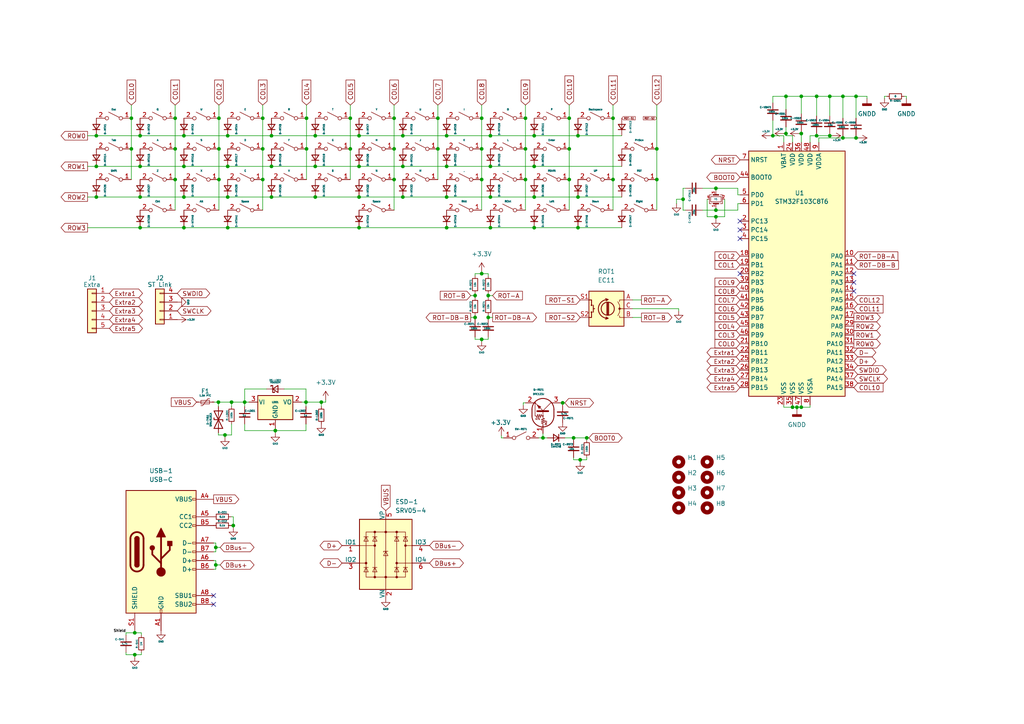
<source format=kicad_sch>
(kicad_sch (version 20211123) (generator eeschema)
  (paper "A4")
  (junction (at 116.84 57.15))
  (junction (at 154.94 39.37))
  (junction (at 76.2 34.29))
  (junction (at 78.74 57.15))
  (junction (at 101.6 43.18))
  (junction (at 53.34 57.15))
  (junction (at 154.94 66.04))
  (junction (at 39.0906 183.5404))
  (junction (at 165.1 43.18))
  (junction (at 168.275 133.35))
  (junction (at 190.5 43.18))
  (junction (at 65.2526 126.1618))
  (junction (at 227.965 38.735))
  (junction (at 244.475 40.005))
  (junction (at 167.64 57.15))
  (junction (at 244.475 27.94))
  (junction (at 67.6656 152.4254))
  (junction (at 207.645 62.865))
  (junction (at 127 34.29))
  (junction (at 91.44 39.37))
  (junction (at 166.37 127))
  (junction (at 93.1926 116.6368))
  (junction (at 167.64 39.37))
  (junction (at 66.04 57.15))
  (junction (at 139.7 98.425))
  (junction (at 154.94 57.15))
  (junction (at 142.24 57.15))
  (junction (at 40.64 48.26))
  (junction (at 139.7 34.29))
  (junction (at 129.54 57.15))
  (junction (at 177.8 34.29))
  (junction (at 101.6 34.29))
  (junction (at 232.41 27.94))
  (junction (at 76.2 52.07))
  (junction (at 66.04 66.04))
  (junction (at 154.94 48.26))
  (junction (at 127 43.18))
  (junction (at 139.7 52.07))
  (junction (at 63.3476 116.6368))
  (junction (at 207.645 60.96))
  (junction (at 39.0906 189.8904))
  (junction (at 152.4 34.29))
  (junction (at 38.1 43.18))
  (junction (at 63.5 52.07))
  (junction (at 53.34 48.26))
  (junction (at 79.8576 124.8918))
  (junction (at 236.855 27.94))
  (junction (at 40.64 66.04))
  (junction (at 141.605 92.075))
  (junction (at 88.9 34.29))
  (junction (at 142.24 39.37))
  (junction (at 116.84 39.37))
  (junction (at 104.14 48.26))
  (junction (at 53.34 39.37))
  (junction (at 240.665 39.37))
  (junction (at 170.18 127))
  (junction (at 63.5 34.29))
  (junction (at 240.665 27.94))
  (junction (at 231.14 118.11))
  (junction (at 142.24 66.04))
  (junction (at 139.7 79.375))
  (junction (at 50.8 34.29))
  (junction (at 224.155 39.37))
  (junction (at 88.7476 116.6368))
  (junction (at 114.3 52.07))
  (junction (at 62.5856 163.8554))
  (junction (at 50.8 43.18))
  (junction (at 53.34 66.04))
  (junction (at 232.41 118.11))
  (junction (at 67.1576 116.6368))
  (junction (at 129.54 66.04))
  (junction (at 248.285 40.005))
  (junction (at 165.1 34.29))
  (junction (at 129.54 39.37))
  (junction (at 66.04 39.37))
  (junction (at 40.64 57.15))
  (junction (at 152.4 52.07))
  (junction (at 27.94 48.26))
  (junction (at 129.54 48.26))
  (junction (at 142.24 48.26))
  (junction (at 104.14 66.04))
  (junction (at 248.285 27.94))
  (junction (at 38.1 34.29))
  (junction (at 104.14 39.37))
  (junction (at 50.8 52.07))
  (junction (at 63.5 43.18))
  (junction (at 207.645 54.61))
  (junction (at 232.41 38.735))
  (junction (at 91.44 48.26))
  (junction (at 78.74 39.37))
  (junction (at 66.04 48.26))
  (junction (at 137.795 85.725))
  (junction (at 229.87 118.11))
  (junction (at 88.9 43.18))
  (junction (at 27.94 57.15))
  (junction (at 76.2 43.18))
  (junction (at 27.94 39.37))
  (junction (at 104.14 57.15))
  (junction (at 114.3 43.18))
  (junction (at 40.64 39.37))
  (junction (at 78.74 48.26))
  (junction (at 141.605 85.725))
  (junction (at 70.9676 116.6368))
  (junction (at 62.5856 158.7754))
  (junction (at 236.855 39.37))
  (junction (at 198.12 57.785))
  (junction (at 139.7 43.18))
  (junction (at 163.195 116.84))
  (junction (at 165.1 52.07))
  (junction (at 114.3 34.29))
  (junction (at 157.48 127))
  (junction (at 167.64 66.04))
  (junction (at 152.4 43.18))
  (junction (at 177.8 52.07))
  (junction (at 227.965 27.94))
  (junction (at 91.44 57.15))
  (junction (at 137.795 92.075))
  (junction (at 190.5 52.07))
  (junction (at 116.84 48.26))
  (no_connect (at 214.63 79.375))
  (no_connect (at 214.63 64.135))
  (no_connect (at 214.63 66.675))
  (no_connect (at 214.63 69.215))
  (no_connect (at 61.9506 172.7454))
  (no_connect (at 61.9506 175.2854))
  (no_connect (at 247.65 79.375))
  (no_connect (at 247.65 81.915))
  (no_connect (at 247.65 84.455))
  (wire (pts (xy 157.48 127) (xy 158.75 127)))
  (wire (pts (xy 114.3 43.18) (xy 114.3 52.07)))
  (wire (pts (xy 139.7 98.425) (xy 139.7 99.06)))
  (wire (pts (xy 231.14 118.11) (xy 231.14 118.745)))
  (wire (pts (xy 152.4 116.84) (xy 151.765 116.84)))
  (wire (pts (xy 145.415 126.365) (xy 145.415 127)))
  (wire (pts (xy 141.605 80.01) (xy 141.605 79.375)))
  (wire (pts (xy 165.1 34.29) (xy 165.1 43.18)))
  (wire (pts (xy 139.7 30.48) (xy 139.7 34.29)))
  (wire (pts (xy 227.965 27.94) (xy 227.965 31.75)))
  (wire (pts (xy 91.44 57.15) (xy 104.14 57.15)))
  (wire (pts (xy 114.3 34.29) (xy 114.3 43.18)))
  (wire (pts (xy 227.33 38.735) (xy 227.965 38.735)))
  (wire (pts (xy 61.9506 157.5054) (xy 62.5856 157.5054)))
  (wire (pts (xy 137.795 85.09) (xy 137.795 85.725)))
  (wire (pts (xy 205.105 62.865) (xy 207.645 62.865)))
  (wire (pts (xy 236.855 38.735) (xy 236.855 39.37)))
  (wire (pts (xy 142.24 39.37) (xy 154.94 39.37)))
  (wire (pts (xy 25.4 39.37) (xy 27.94 39.37)))
  (wire (pts (xy 94.4626 116.0018) (xy 94.4626 116.6368)))
  (wire (pts (xy 93.1926 117.9068) (xy 93.1926 116.6368)))
  (wire (pts (xy 50.8 34.29) (xy 50.8 30.48)))
  (wire (pts (xy 79.8576 124.8918) (xy 88.7476 124.8918)))
  (wire (pts (xy 244.475 39.37) (xy 244.475 40.005)))
  (wire (pts (xy 248.285 40.005) (xy 244.475 40.005)))
  (wire (pts (xy 82.3976 112.8268) (xy 88.7476 112.8268)))
  (wire (pts (xy 232.41 38.735) (xy 232.41 41.275)))
  (wire (pts (xy 207.645 54.61) (xy 213.995 54.61)))
  (wire (pts (xy 104.14 48.26) (xy 116.84 48.26)))
  (wire (pts (xy 165.1 52.07) (xy 165.1 60.96)))
  (wire (pts (xy 240.665 33.655) (xy 240.665 27.94)))
  (wire (pts (xy 154.94 48.26) (xy 180.34 48.26)))
  (wire (pts (xy 66.04 39.37) (xy 78.74 39.37)))
  (wire (pts (xy 88.7476 117.9068) (xy 88.7476 116.6368)))
  (wire (pts (xy 262.255 27.94) (xy 262.89 27.94)))
  (wire (pts (xy 151.765 116.84) (xy 151.765 117.475)))
  (wire (pts (xy 129.54 66.04) (xy 142.24 66.04)))
  (wire (pts (xy 79.8576 124.2568) (xy 79.8576 124.8918)))
  (wire (pts (xy 129.54 39.37) (xy 142.24 39.37)))
  (wire (pts (xy 232.41 117.475) (xy 232.41 118.11)))
  (wire (pts (xy 205.105 57.785) (xy 205.105 62.865)))
  (wire (pts (xy 186.055 92.075) (xy 183.515 92.075)))
  (wire (pts (xy 39.0906 190.5254) (xy 39.0906 189.8904)))
  (wire (pts (xy 101.6 34.29) (xy 101.6 43.18)))
  (wire (pts (xy 207.645 54.61) (xy 207.645 55.245)))
  (wire (pts (xy 67.1576 116.6368) (xy 67.1576 117.9068)))
  (wire (pts (xy 66.04 66.04) (xy 104.14 66.04)))
  (wire (pts (xy 186.055 86.995) (xy 183.515 86.995)))
  (wire (pts (xy 168.275 133.985) (xy 168.275 133.35)))
  (wire (pts (xy 67.1576 116.6368) (xy 70.9676 116.6368)))
  (wire (pts (xy 183.515 89.535) (xy 196.85 89.535)))
  (wire (pts (xy 227.965 36.83) (xy 227.965 38.735)))
  (wire (pts (xy 88.9 34.29) (xy 88.9 43.18)))
  (wire (pts (xy 62.5856 163.8554) (xy 62.5856 165.1254)))
  (wire (pts (xy 91.44 39.37) (xy 104.14 39.37)))
  (wire (pts (xy 70.9676 116.6368) (xy 70.9676 117.9068)))
  (wire (pts (xy 227.33 39.37) (xy 227.33 41.275)))
  (wire (pts (xy 190.5 30.48) (xy 190.5 43.18)))
  (wire (pts (xy 137.795 91.44) (xy 137.795 92.075)))
  (wire (pts (xy 229.87 39.37) (xy 229.87 41.275)))
  (wire (pts (xy 129.54 48.26) (xy 142.24 48.26)))
  (wire (pts (xy 227.965 38.735) (xy 227.965 39.37)))
  (wire (pts (xy 236.855 33.655) (xy 236.855 27.94)))
  (wire (pts (xy 224.155 34.925) (xy 224.155 39.37)))
  (wire (pts (xy 61.9506 162.5854) (xy 62.5856 162.5854)))
  (wire (pts (xy 70.9676 122.9868) (xy 70.9676 124.8918)))
  (wire (pts (xy 240.665 38.735) (xy 240.665 39.37)))
  (wire (pts (xy 157.48 127) (xy 157.48 125.73)))
  (wire (pts (xy 66.04 48.26) (xy 78.74 48.26)))
  (wire (pts (xy 27.94 39.37) (xy 40.64 39.37)))
  (wire (pts (xy 39.0906 183.5404) (xy 40.9956 183.5404)))
  (wire (pts (xy 88.7476 116.6368) (xy 87.4776 116.6368)))
  (wire (pts (xy 116.84 57.15) (xy 129.54 57.15)))
  (wire (pts (xy 78.74 39.37) (xy 91.44 39.37)))
  (wire (pts (xy 27.94 57.15) (xy 40.64 57.15)))
  (wire (pts (xy 137.795 98.425) (xy 139.7 98.425)))
  (wire (pts (xy 227.965 39.37) (xy 229.87 39.37)))
  (wire (pts (xy 36.5506 189.8904) (xy 39.0906 189.8904)))
  (wire (pts (xy 237.49 40.005) (xy 244.475 40.005)))
  (wire (pts (xy 177.8 52.07) (xy 177.8 60.96)))
  (wire (pts (xy 156.21 127) (xy 157.48 127)))
  (wire (pts (xy 116.84 48.26) (xy 129.54 48.26)))
  (wire (pts (xy 63.5 43.18) (xy 63.5 52.07)))
  (wire (pts (xy 198.12 54.61) (xy 198.12 57.785)))
  (wire (pts (xy 141.605 92.075) (xy 141.605 92.71)))
  (wire (pts (xy 223.52 39.37) (xy 224.155 39.37)))
  (wire (pts (xy 224.155 29.845) (xy 224.155 27.94)))
  (wire (pts (xy 244.475 27.94) (xy 240.665 27.94)))
  (wire (pts (xy 137.795 85.725) (xy 137.795 86.36)))
  (wire (pts (xy 198.12 60.96) (xy 198.755 60.96)))
  (wire (pts (xy 236.855 39.37) (xy 234.95 39.37)))
  (wire (pts (xy 141.605 98.425) (xy 141.605 97.79)))
  (wire (pts (xy 170.18 127.635) (xy 170.18 127)))
  (wire (pts (xy 67.0306 149.8854) (xy 67.6656 149.8854)))
  (wire (pts (xy 129.54 57.15) (xy 142.24 57.15)))
  (wire (pts (xy 142.24 66.04) (xy 154.94 66.04)))
  (wire (pts (xy 166.37 127) (xy 163.83 127)))
  (wire (pts (xy 145.415 127) (xy 146.05 127)))
  (wire (pts (xy 190.5 43.18) (xy 190.5 52.07)))
  (wire (pts (xy 214.63 59.055) (xy 213.995 59.055)))
  (wire (pts (xy 66.04 57.15) (xy 78.74 57.15)))
  (wire (pts (xy 154.94 39.37) (xy 167.64 39.37)))
  (wire (pts (xy 177.8 34.29) (xy 177.8 52.07)))
  (wire (pts (xy 127 43.18) (xy 127 52.07)))
  (wire (pts (xy 224.155 39.37) (xy 227.33 39.37)))
  (wire (pts (xy 196.215 57.785) (xy 198.12 57.785)))
  (wire (pts (xy 234.95 117.475) (xy 234.95 118.11)))
  (wire (pts (xy 170.18 127) (xy 166.37 127)))
  (wire (pts (xy 168.275 133.35) (xy 170.18 133.35)))
  (wire (pts (xy 154.94 66.04) (xy 167.64 66.04)))
  (wire (pts (xy 88.9 43.18) (xy 88.9 52.07)))
  (wire (pts (xy 198.12 57.785) (xy 198.12 60.96)))
  (wire (pts (xy 79.8576 124.8918) (xy 79.8576 125.5268)))
  (wire (pts (xy 203.835 60.96) (xy 207.645 60.96)))
  (wire (pts (xy 70.9676 112.8268) (xy 70.9676 116.6368)))
  (wire (pts (xy 224.155 27.94) (xy 227.965 27.94)))
  (wire (pts (xy 38.1 30.48) (xy 38.1 34.29)))
  (wire (pts (xy 127 34.29) (xy 127 43.18)))
  (wire (pts (xy 137.795 92.075) (xy 137.795 92.71)))
  (wire (pts (xy 88.9 30.48) (xy 88.9 34.29)))
  (wire (pts (xy 170.18 127) (xy 170.815 127)))
  (wire (pts (xy 240.665 39.37) (xy 241.3 39.37)))
  (wire (pts (xy 262.89 27.94) (xy 262.89 28.575)))
  (wire (pts (xy 251.46 27.94) (xy 248.285 27.94)))
  (wire (pts (xy 61.9506 165.1254) (xy 62.5856 165.1254)))
  (wire (pts (xy 167.64 57.15) (xy 180.34 57.15)))
  (wire (pts (xy 141.605 85.09) (xy 141.605 85.725)))
  (wire (pts (xy 207.645 60.325) (xy 207.645 60.96)))
  (wire (pts (xy 163.195 116.84) (xy 163.195 117.475)))
  (wire (pts (xy 91.44 48.26) (xy 104.14 48.26)))
  (wire (pts (xy 227.33 118.11) (xy 229.87 118.11)))
  (wire (pts (xy 27.94 48.26) (xy 40.64 48.26)))
  (wire (pts (xy 65.2526 126.1618) (xy 67.1576 126.1618)))
  (wire (pts (xy 104.14 57.15) (xy 116.84 57.15)))
  (wire (pts (xy 248.285 40.005) (xy 248.92 40.005)))
  (wire (pts (xy 62.5856 158.7754) (xy 63.8556 158.7754)))
  (wire (pts (xy 139.7 52.07) (xy 139.7 60.96)))
  (wire (pts (xy 101.6 43.18) (xy 101.6 52.07)))
  (wire (pts (xy 67.6656 149.8854) (xy 67.6656 152.4254)))
  (wire (pts (xy 198.755 54.61) (xy 198.12 54.61)))
  (wire (pts (xy 152.4 34.29) (xy 152.4 43.18)))
  (wire (pts (xy 203.835 54.61) (xy 207.645 54.61)))
  (wire (pts (xy 214.63 56.515) (xy 213.995 56.515)))
  (wire (pts (xy 63.3476 126.1618) (xy 65.2526 126.1618)))
  (wire (pts (xy 136.525 85.725) (xy 137.795 85.725)))
  (wire (pts (xy 40.64 39.37) (xy 53.34 39.37)))
  (wire (pts (xy 139.7 98.425) (xy 141.605 98.425)))
  (wire (pts (xy 50.8 43.18) (xy 50.8 34.29)))
  (wire (pts (xy 166.37 132.715) (xy 166.37 133.35)))
  (wire (pts (xy 234.95 39.37) (xy 234.95 41.275)))
  (wire (pts (xy 136.525 92.075) (xy 137.795 92.075)))
  (wire (pts (xy 25.4 57.15) (xy 27.94 57.15)))
  (wire (pts (xy 229.87 117.475) (xy 229.87 118.11)))
  (wire (pts (xy 40.64 48.26) (xy 53.34 48.26)))
  (wire (pts (xy 63.5 52.07) (xy 63.5 60.96)))
  (wire (pts (xy 232.41 38.1) (xy 232.41 38.735)))
  (wire (pts (xy 207.645 60.96) (xy 213.995 60.96)))
  (wire (pts (xy 101.6 30.48) (xy 101.6 34.29)))
  (wire (pts (xy 152.4 52.07) (xy 152.4 60.96)))
  (wire (pts (xy 196.85 89.535) (xy 196.85 90.17)))
  (wire (pts (xy 163.195 116.84) (xy 163.83 116.84)))
  (wire (pts (xy 70.9676 124.8918) (xy 79.8576 124.8918)))
  (wire (pts (xy 177.8 30.48) (xy 177.8 34.29)))
  (wire (pts (xy 40.64 57.15) (xy 53.34 57.15)))
  (wire (pts (xy 62.5856 163.8554) (xy 63.8556 163.8554)))
  (wire (pts (xy 139.7 34.29) (xy 139.7 43.18)))
  (wire (pts (xy 25.4 66.04) (xy 40.64 66.04)))
  (wire (pts (xy 257.175 27.94) (xy 256.54 27.94)))
  (wire (pts (xy 213.995 59.055) (xy 213.995 60.96)))
  (wire (pts (xy 248.285 27.94) (xy 244.475 27.94)))
  (wire (pts (xy 50.8 52.07) (xy 50.8 43.18)))
  (wire (pts (xy 53.34 39.37) (xy 66.04 39.37)))
  (wire (pts (xy 39.0906 183.5404) (xy 39.0906 182.9054)))
  (wire (pts (xy 232.41 27.94) (xy 227.965 27.94)))
  (wire (pts (xy 139.7 78.74) (xy 139.7 79.375)))
  (wire (pts (xy 116.84 39.37) (xy 129.54 39.37)))
  (wire (pts (xy 78.74 48.26) (xy 91.44 48.26)))
  (wire (pts (xy 50.8 60.96) (xy 50.8 52.07)))
  (wire (pts (xy 236.855 27.94) (xy 232.41 27.94)))
  (wire (pts (xy 231.775 38.735) (xy 232.41 38.735)))
  (wire (pts (xy 152.4 43.18) (xy 152.4 52.07)))
  (wire (pts (xy 63.5 30.48) (xy 63.5 34.29)))
  (wire (pts (xy 244.475 34.29) (xy 244.475 27.94)))
  (wire (pts (xy 76.2 43.18) (xy 76.2 52.07)))
  (wire (pts (xy 165.1 43.18) (xy 165.1 52.07)))
  (wire (pts (xy 63.3476 116.6368) (xy 63.3476 117.9068)))
  (wire (pts (xy 142.24 57.15) (xy 154.94 57.15)))
  (wire (pts (xy 40.9956 189.8904) (xy 40.9956 189.2554)))
  (wire (pts (xy 232.41 33.02) (xy 232.41 27.94)))
  (wire (pts (xy 248.285 39.37) (xy 248.285 40.005)))
  (wire (pts (xy 76.2 30.48) (xy 76.2 34.29)))
  (wire (pts (xy 38.1 43.18) (xy 38.1 52.07)))
  (wire (pts (xy 36.5506 183.5404) (xy 39.0906 183.5404)))
  (wire (pts (xy 53.34 57.15) (xy 66.04 57.15)))
  (wire (pts (xy 38.1 34.29) (xy 38.1 43.18)))
  (wire (pts (xy 63.3476 125.5268) (xy 63.3476 126.1618)))
  (wire (pts (xy 210.185 57.785) (xy 210.185 62.865)))
  (wire (pts (xy 167.64 66.04) (xy 180.34 66.04)))
  (wire (pts (xy 165.1 30.48) (xy 165.1 34.29)))
  (wire (pts (xy 76.2 52.07) (xy 76.2 60.96)))
  (wire (pts (xy 39.0906 189.8904) (xy 40.9956 189.8904)))
  (wire (pts (xy 94.4626 116.6368) (xy 93.1926 116.6368)))
  (wire (pts (xy 104.14 39.37) (xy 116.84 39.37)))
  (wire (pts (xy 229.87 118.11) (xy 231.14 118.11)))
  (wire (pts (xy 142.24 48.26) (xy 154.94 48.26)))
  (wire (pts (xy 40.64 66.04) (xy 53.34 66.04)))
  (wire (pts (xy 36.5506 189.2554) (xy 36.5506 189.8904)))
  (wire (pts (xy 88.7476 112.8268) (xy 88.7476 116.6368)))
  (wire (pts (xy 114.3 30.48) (xy 114.3 34.29)))
  (wire (pts (xy 137.795 79.375) (xy 137.795 80.01)))
  (wire (pts (xy 240.665 39.37) (xy 236.855 39.37)))
  (wire (pts (xy 170.18 133.35) (xy 170.18 132.715)))
  (wire (pts (xy 67.1576 126.1618) (xy 67.1576 122.9868)))
  (wire (pts (xy 210.185 62.865) (xy 207.645 62.865)))
  (wire (pts (xy 207.645 62.865) (xy 207.645 63.5)))
  (wire (pts (xy 154.94 57.15) (xy 167.64 57.15)))
  (wire (pts (xy 227.33 117.475) (xy 227.33 118.11)))
  (wire (pts (xy 162.56 116.84) (xy 163.195 116.84)))
  (wire (pts (xy 139.7 79.375) (xy 137.795 79.375)))
  (wire (pts (xy 137.795 97.79) (xy 137.795 98.425)))
  (wire (pts (xy 152.4 30.48) (xy 152.4 34.29)))
  (wire (pts (xy 104.14 66.04) (xy 129.54 66.04)))
  (wire (pts (xy 141.605 79.375) (xy 139.7 79.375)))
  (wire (pts (xy 141.605 85.725) (xy 141.605 86.36)))
  (wire (pts (xy 190.5 52.07) (xy 190.5 60.96)))
  (wire (pts (xy 196.215 57.785) (xy 196.215 59.055)))
  (wire (pts (xy 25.4 48.26) (xy 27.94 48.26)))
  (wire (pts (xy 93.1926 116.6368) (xy 88.7476 116.6368)))
  (wire (pts (xy 141.605 85.725) (xy 142.875 85.725)))
  (wire (pts (xy 248.285 34.29) (xy 248.285 27.94)))
  (wire (pts (xy 36.5506 184.1754) (xy 36.5506 183.5404)))
  (wire (pts (xy 62.5856 160.0454) (xy 61.9506 160.0454)))
  (wire (pts (xy 114.3 52.07) (xy 114.3 60.96)))
  (wire (pts (xy 62.5856 157.5054) (xy 62.5856 158.7754)))
  (wire (pts (xy 65.2526 126.1618) (xy 65.2526 126.7968)))
  (wire (pts (xy 53.34 48.26) (xy 66.04 48.26)))
  (wire (pts (xy 166.37 133.35) (xy 168.275 133.35)))
  (wire (pts (xy 62.5856 158.7754) (xy 62.5856 160.0454)))
  (wire (pts (xy 63.3476 116.6368) (xy 67.1576 116.6368)))
  (wire (pts (xy 53.34 66.04) (xy 66.04 66.04)))
  (wire (pts (xy 166.37 127.635) (xy 166.37 127)))
  (wire (pts (xy 231.14 118.11) (xy 232.41 118.11)))
  (wire (pts (xy 78.74 57.15) (xy 91.44 57.15)))
  (wire (pts (xy 251.46 28.575) (xy 251.46 27.94)))
  (wire (pts (xy 213.995 56.515) (xy 213.995 54.61)))
  (wire (pts (xy 76.2 34.29) (xy 76.2 43.18)))
  (wire (pts (xy 237.49 41.275) (xy 237.49 40.005)))
  (wire (pts (xy 77.3176 112.8268) (xy 70.9676 112.8268)))
  (wire (pts (xy 141.605 91.44) (xy 141.605 92.075)))
  (wire (pts (xy 88.7476 124.8918) (xy 88.7476 122.9868)))
  (wire (pts (xy 240.665 27.94) (xy 236.855 27.94)))
  (wire (pts (xy 63.5 34.29) (xy 63.5 43.18)))
  (wire (pts (xy 139.7 43.18) (xy 139.7 52.07)))
  (wire (pts (xy 141.605 92.075) (xy 142.875 92.075)))
  (wire (pts (xy 40.9956 183.5404) (xy 40.9956 184.1754)))
  (wire (pts (xy 62.5856 162.5854) (xy 62.5856 163.8554)))
  (wire (pts (xy 70.9676 116.6368) (xy 72.2376 116.6368)))
  (wire (pts (xy 62.0776 116.6368) (xy 63.3476 116.6368)))
  (wire (pts (xy 167.64 39.37) (xy 180.34 39.37)))
  (wire (pts (xy 67.6656 152.4254) (xy 67.6656 153.0604)))
  (wire (pts (xy 256.54 27.94) (xy 256.54 28.575)))
  (wire (pts (xy 232.41 118.11) (xy 234.95 118.11)))
  (wire (pts (xy 67.0306 152.4254) (xy 67.6656 152.4254)))
  (wire (pts (xy 127 30.48) (xy 127 34.29)))
  (label "Shield" (at 36.5506 183.5404 180) (effects (font (size 0.75 0.75))))
  (global_label "COL12" (shape input) (at 247.65 86.995 0) (property "Intersheet References" "${INTERSHEET_REFS}" (effects hide)))
  (global_label "COL10" (shape input) (at 165.1 30.48 90) (property "Intersheet References" "${INTERSHEET_REFS}" (effects hide)))
  (global_label "COL4" (shape input) (at 214.63 94.615 180) (property "Intersheet References" "${INTERSHEET_REFS}" (effects hide)))
  (global_label "COL11" (shape input) (at 177.8 30.48 90) (property "Intersheet References" "${INTERSHEET_REFS}" (effects hide)))
  (global_label "ROW0" (shape output) (at 25.4 39.37 180) (property "Intersheet References" "${INTERSHEET_REFS}" (effects hide)))
  (global_label "COL9" (shape input) (at 152.4 30.48 90) (property "Intersheet References" "${INTERSHEET_REFS}" (effects hide)))
  (global_label "BOOT0" (shape bidirectional) (at 170.815 127 0) (property "Intersheet References" "${INTERSHEET_REFS}" (effects hide)))
  (global_label "ROT-A" (shape input) (at 142.875 85.725 0) (property "Intersheet References" "${INTERSHEET_REFS}" (effects hide)))
  (global_label "SWCLK" (shape bidirectional) (at 51.435 90.17 0) (property "Intersheet References" "${INTERSHEET_REFS}" (effects hide)))
  (global_label "COL9" (shape input) (at 214.63 81.915 180) (property "Intersheet References" "${INTERSHEET_REFS}" (effects hide)))
  (global_label "COL0" (shape input) (at 214.63 99.695 180) (property "Intersheet References" "${INTERSHEET_REFS}" (effects hide)))
  (global_label "SWCLK" (shape bidirectional) (at 247.65 109.855 0) (property "Intersheet References" "${INTERSHEET_REFS}" (effects hide)))
  (global_label "COL2" (shape input) (at 63.5 30.48 90) (property "Intersheet References" "${INTERSHEET_REFS}" (effects hide)))
  (global_label "D-" (shape bidirectional) (at 247.65 102.235 0) (property "Intersheet References" "${INTERSHEET_REFS}" (effects hide)))
  (global_label "COL7" (shape input) (at 127 30.48 90) (property "Intersheet References" "${INTERSHEET_REFS}" (effects hide)))
  (global_label "ROT-B" (shape input) (at 136.525 85.725 180) (property "Intersheet References" "${INTERSHEET_REFS}" (effects hide)))
  (global_label "ROT-S2" (shape input) (at 168.275 92.075 180) (property "Intersheet References" "${INTERSHEET_REFS}" (effects hide)))
  (global_label "COL7" (shape input) (at 214.63 86.995 180) (property "Intersheet References" "${INTERSHEET_REFS}" (effects hide)))
  (global_label "ROT-S1" (shape input) (at 168.275 86.995 180) (property "Intersheet References" "${INTERSHEET_REFS}" (effects hide)))
  (global_label "NRST" (shape bidirectional) (at 214.63 46.355 180) (property "Intersheet References" "${INTERSHEET_REFS}" (effects hide)))
  (global_label "COL4" (shape input) (at 88.9 30.48 90) (property "Intersheet References" "${INTERSHEET_REFS}" (effects hide)))
  (global_label "Extra4" (shape bidirectional) (at 31.75 92.71 0) (property "Intersheet References" "${INTERSHEET_REFS}" (effects hide)))
  (global_label "ROW1" (shape output) (at 247.65 97.155 0) (property "Intersheet References" "${INTERSHEET_REFS}" (effects hide)))
  (global_label "NRST" (shape bidirectional) (at 163.83 116.84 0) (property "Intersheet References" "${INTERSHEET_REFS}" (effects hide)))
  (global_label "ROW3" (shape output) (at 247.65 92.075 0) (property "Intersheet References" "${INTERSHEET_REFS}" (effects hide)))
  (global_label "COL1" (shape input) (at 214.63 76.835 180) (property "Intersheet References" "${INTERSHEET_REFS}" (effects hide)))
  (global_label "ROW2" (shape output) (at 25.4 57.15 180) (property "Intersheet References" "${INTERSHEET_REFS}" (effects hide)))
  (global_label "Extra5" (shape bidirectional) (at 31.75 95.25 0) (property "Intersheet References" "${INTERSHEET_REFS}" (effects hide)))
  (global_label "COL6" (shape input) (at 114.3 30.48 90) (property "Intersheet References" "${INTERSHEET_REFS}" (effects hide)))
  (global_label "Extra2" (shape bidirectional) (at 214.63 104.775 180) (property "Intersheet References" "${INTERSHEET_REFS}" (effects hide)))
  (global_label "D+" (shape bidirectional) (at 247.65 104.775 0) (property "Intersheet References" "${INTERSHEET_REFS}" (effects hide)))
  (global_label "ROT-S2" (shape input) (at 190.5 34.29 180) (effects (font (size 0.5 0.5))) (property "Intersheet References" "${INTERSHEET_REFS}" (effects hide)))
  (global_label "COL8" (shape input) (at 214.63 84.455 180) (property "Intersheet References" "${INTERSHEET_REFS}" (effects hide)))
  (global_label "COL5" (shape input) (at 214.63 92.075 180) (property "Intersheet References" "${INTERSHEET_REFS}" (effects hide)))
  (global_label "ROT-B" (shape output) (at 186.055 92.075 0) (property "Intersheet References" "${INTERSHEET_REFS}" (effects hide)))
  (global_label "Extra1" (shape bidirectional) (at 214.63 102.235 180) (property "Intersheet References" "${INTERSHEET_REFS}" (effects hide)))
  (global_label "ROW3" (shape output) (at 25.4 66.04 180) (property "Intersheet References" "${INTERSHEET_REFS}" (effects hide)))
  (global_label "D+" (shape bidirectional) (at 99.187 158.242 180) (property "Intersheet References" "${INTERSHEET_REFS}" (effects hide)))
  (global_label "DBus+" (shape bidirectional) (at 124.587 163.322 0) (property "Intersheet References" "${INTERSHEET_REFS}" (effects hide)))
  (global_label "COL12" (shape input) (at 190.5 30.48 90) (property "Intersheet References" "${INTERSHEET_REFS}" (effects hide)))
  (global_label "COL1" (shape input) (at 50.8 30.48 90) (property "Intersheet References" "${INTERSHEET_REFS}" (effects hide)))
  (global_label "ROT-S1" (shape input) (at 180.34 34.29 0) (effects (font (size 0.5 0.5))) (property "Intersheet References" "${INTERSHEET_REFS}" (effects hide)))
  (global_label "COL8" (shape input) (at 139.7 30.48 90) (property "Intersheet References" "${INTERSHEET_REFS}" (effects hide)))
  (global_label "SWDIO" (shape bidirectional) (at 247.65 107.315 0) (property "Intersheet References" "${INTERSHEET_REFS}" (effects hide)))
  (global_label "ROT-DB-B" (shape input) (at 247.65 76.835 0) (property "Intersheet References" "${INTERSHEET_REFS}" (effects hide)))
  (global_label "Extra3" (shape bidirectional) (at 214.63 107.315 180) (property "Intersheet References" "${INTERSHEET_REFS}" (effects hide)))
  (global_label "COL3" (shape input) (at 76.2 30.48 90) (property "Intersheet References" "${INTERSHEET_REFS}" (effects hide)))
  (global_label "COL2" (shape input) (at 214.63 74.295 180) (property "Intersheet References" "${INTERSHEET_REFS}" (effects hide)))
  (global_label "SWDIO" (shape bidirectional) (at 51.435 85.09 0) (property "Intersheet References" "${INTERSHEET_REFS}" (effects hide)))
  (global_label "VBUS" (shape input) (at 56.9976 116.6368 180) (property "Intersheet References" "${INTERSHEET_REFS}" (effects hide)))
  (global_label "COL0" (shape input) (at 38.1 30.48 90) (property "Intersheet References" "${INTERSHEET_REFS}" (effects hide)))
  (global_label "ROW0" (shape output) (at 247.65 99.695 0) (property "Intersheet References" "${INTERSHEET_REFS}" (effects hide)))
  (global_label "COL10" (shape input) (at 247.65 112.395 0) (property "Intersheet References" "${INTERSHEET_REFS}" (effects hide)))
  (global_label "COL11" (shape input) (at 247.65 89.535 0) (property "Intersheet References" "${INTERSHEET_REFS}" (effects hide)))
  (global_label "ROT-DB-A" (shape output) (at 142.875 92.075 0) (property "Intersheet References" "${INTERSHEET_REFS}" (effects hide)))
  (global_label "Extra1" (shape bidirectional) (at 31.75 85.09 0) (property "Intersheet References" "${INTERSHEET_REFS}" (effects hide)))
  (global_label "Extra4" (shape bidirectional) (at 214.63 109.855 180) (property "Intersheet References" "${INTERSHEET_REFS}" (effects hide)))
  (global_label "COL5" (shape input) (at 101.6 30.48 90) (property "Intersheet References" "${INTERSHEET_REFS}" (effects hide)))
  (global_label "D-" (shape bidirectional) (at 99.187 163.322 180) (property "Intersheet References" "${INTERSHEET_REFS}" (effects hide)))
  (global_label "Extra2" (shape bidirectional) (at 31.75 87.63 0) (property "Intersheet References" "${INTERSHEET_REFS}" (effects hide)))
  (global_label "ROT-DB-B" (shape output) (at 136.525 92.075 180) (property "Intersheet References" "${INTERSHEET_REFS}" (effects hide)))
  (global_label "DBus-" (shape bidirectional) (at 63.8556 158.7754 0) (property "Intersheet References" "${INTERSHEET_REFS}" (effects hide)))
  (global_label "VBUS" (shape output) (at 61.9506 144.8054 0) (property "Intersheet References" "${INTERSHEET_REFS}" (effects hide)))
  (global_label "ROW2" (shape output) (at 247.65 94.615 0) (property "Intersheet References" "${INTERSHEET_REFS}" (effects hide)))
  (global_label "ROT-A" (shape output) (at 186.055 86.995 0) (property "Intersheet References" "${INTERSHEET_REFS}" (effects hide)))
  (global_label "ROW1" (shape output) (at 25.4 48.26 180) (property "Intersheet References" "${INTERSHEET_REFS}" (effects hide)))
  (global_label "DBus-" (shape bidirectional) (at 124.587 158.242 0) (property "Intersheet References" "${INTERSHEET_REFS}" (effects hide)))
  (global_label "ROT-DB-A" (shape input) (at 247.65 74.295 0) (property "Intersheet References" "${INTERSHEET_REFS}" (effects hide)))
  (global_label "VBUS" (shape input) (at 111.887 148.082 90) (property "Intersheet References" "${INTERSHEET_REFS}" (effects hide)))
  (global_label "Extra5" (shape bidirectional) (at 214.63 112.395 180) (property "Intersheet References" "${INTERSHEET_REFS}" (effects hide)))
  (global_label "COL6" (shape input) (at 214.63 89.535 180) (property "Intersheet References" "${INTERSHEET_REFS}" (effects hide)))
  (global_label "COL3" (shape input) (at 214.63 97.155 180) (property "Intersheet References" "${INTERSHEET_REFS}" (effects hide)))
  (global_label "Extra3" (shape bidirectional) (at 31.75 90.17 0) (property "Intersheet References" "${INTERSHEET_REFS}" (effects hide)))
  (global_label "DBus+" (shape bidirectional) (at 63.8556 163.8554 0) (property "Intersheet References" "${INTERSHEET_REFS}" (effects hide)))
  (global_label "BOOT0" (shape bidirectional) (at 214.63 51.435 180) (property "Intersheet References" "${INTERSHEET_REFS}" (effects hide)))
  (symbol (lib_id "Device:D_Small") (at 116.84 45.72 90) (unit 1)
    (property "Reference" "D-MTX21" (at 119.38 46.355 0) (effects (font (size 0.5 0.5))))
    (property "Value" "1N4148" (effects hide))
    (property "Footprint" "Diode_SMD:D_0603_1608Metric_Pad1.05x0.95mm_HandSolder" (effects hide))
  )
  (symbol (lib_id "Switch:SW_SPST") (at 58.42 43.18 0) (mirror y) (unit 1)
    (property "Reference" "MX16" (effects hide))
    (property "Value" "S" (at 58.42 40.64 0) (effects (font (size 0.5 0.5))))
    (property "Footprint" "Button_Switch_Keyboard:SW_Cherry_MX_1.00u_PCB" (effects hide))
  )
  (symbol (lib_id "Switch:SW_SPST") (at 121.92 52.07 0) (mirror y) (unit 1)
    (property "Reference" "MX33" (effects hide))
    (property "Value" "M" (at 121.92 49.53 0) (effects (font (size 0.5 0.5))))
    (property "Footprint" "Button_Switch_Keyboard:SW_Cherry_MX_1.00u_PCB" (effects hide))
  )
  (symbol (lib_id "Switch:SW_SPST") (at 109.22 34.29 0) (mirror y) (unit 1)
    (property "Reference" "MX7" (effects hide))
    (property "Value" "Y" (at 109.22 31.75 0) (effects (font (size 0.5 0.5))))
    (property "Footprint" "Button_Switch_Keyboard:SW_Cherry_MX_1.00u_PCB" (effects hide))
  )
  (symbol (lib_id "Switch:SW_SPST") (at 121.92 43.18 0) (mirror y) (unit 1)
    (property "Reference" "MX21" (effects hide))
    (property "Value" "J" (at 121.92 40.64 0) (effects (font (size 0.5 0.5))))
    (property "Footprint" "Button_Switch_Keyboard:SW_Cherry_MX_1.00u_PCB" (effects hide))
  )
  (symbol (lib_id "Switch:SW_SPST") (at 33.02 34.29 0) (mirror y) (unit 1)
    (property "Reference" "MX1" (effects hide))
    (property "Value" "Esc" (at 33.02 31.75 0) (effects (font (size 0.5 0.5))))
    (property "Footprint" "Button_Switch_Keyboard:SW_Cherry_MX_1.00u_PCB" (effects hide))
  )
  (symbol (lib_id "Device:C_Small") (at 166.37 130.175 0) (unit 1)
    (property "Reference" "C-RST2" (at 163.195 128.905 0) (effects (font (size 0.5 0.5)) (justify left)))
    (property "Value" "10u" (at 165.1 130.175 0) (effects (font (size 0.5 0.5)) (justify left)))
    (property "Footprint" "Capacitor_SMD:C_0603_1608Metric_Pad1.08x0.95mm_HandSolder" (effects hide))
  )
  (symbol (lib_id "Device:D_Small") (at 142.24 54.61 90) (unit 1)
    (property "Reference" "D-MTX35" (at 144.78 55.245 0) (effects (font (size 0.5 0.5))))
    (property "Value" "1N4148" (effects hide))
    (property "Footprint" "Diode_SMD:D_0603_1608Metric_Pad1.05x0.95mm_HandSolder" (effects hide))
  )
  (symbol (lib_id "Device:R_Small") (at 137.795 88.9 180) (unit 1)
    (property "Reference" "R-ROT3" (at 136.525 88.9 90) (effects (font (size 0.5 0.5))))
    (property "Value" "10k" (at 137.795 88.9 90) (effects (font (size 0.5 0.5))))
    (property "Footprint" "Resistor_SMD:R_0603_1608Metric_Pad0.98x0.95mm_HandSolder" (effects hide))
  )
  (symbol (lib_id "Connector_Generic:Conn_01x04") (at 46.355 90.17 180) (unit 1)
    (property "Reference" "J2" (at 46.355 80.645 0))
    (property "Value" "ST Link" (at 46.355 82.55 0))
    (property "Footprint" "Connector_PinHeader_2.54mm:PinHeader_1x04_P2.54mm_Vertical" (effects hide))
  )
  (symbol (lib_id "Device:D_Small") (at 129.54 45.72 90) (unit 1)
    (property "Reference" "D-MTX22" (at 132.08 46.355 0) (effects (font (size 0.5 0.5))))
    (property "Value" "1N4148" (effects hide))
    (property "Footprint" "Diode_SMD:D_0603_1608Metric_Pad1.05x0.95mm_HandSolder" (effects hide))
  )
  (symbol (lib_id "Device:D_Small") (at 167.64 36.83 90) (unit 1)
    (property "Reference" "D-MTX12" (at 170.18 37.465 0) (effects (font (size 0.5 0.5))))
    (property "Value" "1N4148" (effects hide))
    (property "Footprint" "Diode_SMD:D_0603_1608Metric_Pad1.05x0.95mm_HandSolder" (effects hide))
  )
  (symbol (lib_id "Switch:SW_SPST") (at 71.12 60.96 0) (mirror y) (unit 1)
    (property "Reference" "MX41" (effects hide))
    (property "Value" "Space" (at 71.12 58.42 0) (effects (font (size 0.5 0.5))))
    (property "Footprint" "Button_Switch_Keyboard:SW_Cherry_MX_2.25u_PCB" (effects hide))
  )
  (symbol (lib_id "Device:D_Small") (at 129.54 36.83 90) (unit 1)
    (property "Reference" "D-MTX9" (at 132.08 37.465 0) (effects (font (size 0.5 0.5))))
    (property "Value" "1N4148" (effects hide))
    (property "Footprint" "Diode_SMD:D_0603_1608Metric_Pad1.05x0.95mm_HandSolder" (effects hide))
  )
  (symbol (lib_id "Device:D_Small") (at 167.64 54.61 90) (unit 1)
    (property "Reference" "D-MTX37" (at 170.18 55.245 0) (effects (font (size 0.5 0.5))))
    (property "Value" "1N4148" (effects hide))
    (property "Footprint" "Diode_SMD:D_0603_1608Metric_Pad1.05x0.95mm_HandSolder" (effects hide))
  )
  (symbol (lib_id "Device:D_Small") (at 66.04 45.72 90) (unit 1)
    (property "Reference" "D-MTX17" (at 68.58 46.355 0) (effects (font (size 0.5 0.5))))
    (property "Value" "1N4148" (effects hide))
    (property "Footprint" "Diode_SMD:D_0603_1608Metric_Pad1.05x0.95mm_HandSolder" (effects hide))
  )
  (symbol (lib_id "Regulator_Linear:MCP1700-3302E_SOT23") (at 79.8576 116.6368 0) (unit 1)
    (property "Reference" "LDO1" (at 79.8576 116.6368 0) (effects (font (size 0.5 0.5))))
    (property "Value" "XC6206" (effects hide))
    (property "Footprint" "Package_TO_SOT_SMD:SOT-23" (effects hide))
  )
  (symbol (lib_id "power:GNDD") (at 262.89 28.575 0) (unit 1)
    (property "Reference" "#PWR0118" (effects hide))
    (property "Value" "GNDD" (at 262.89 33.02 0))
  )
  (symbol (lib_id "power:GND") (at 111.887 173.482 0) (unit 1)
    (property "Reference" "#PWR0117" (effects hide))
    (property "Value" "GND" (at 111.887 176.657 0) (effects (font (size 0.5 0.5))))
  )
  (symbol (lib_id "Switch:SW_SPST") (at 185.42 52.07 0) (mirror y) (unit 1)
    (property "Reference" "MX38" (effects hide))
    (property "Value" "RST" (at 185.42 49.53 0) (effects (font (size 0.5 0.5))))
    (property "Footprint" "Button_Switch_Keyboard:SW_Cherry_MX_1.00u_PCB" (effects hide))
  )
  (symbol (lib_id "Device:D_Small") (at 78.74 36.83 90) (unit 1)
    (property "Reference" "D-MTX5" (at 81.28 37.465 0) (effects (font (size 0.5 0.5))))
    (property "Value" "1N4148" (effects hide))
    (property "Footprint" "Diode_SMD:D_0603_1608Metric_Pad1.05x0.95mm_HandSolder" (effects hide))
  )
  (symbol (lib_id "Device:C_Small") (at 137.795 95.25 0) (unit 1)
    (property "Reference" "C-ROT1" (at 134.62 93.98 0) (effects (font (size 0.5 0.5)) (justify left)))
    (property "Value" "100n" (at 136.525 95.25 0) (effects (font (size 0.5 0.5)) (justify left)))
    (property "Footprint" "Capacitor_SMD:C_0603_1608Metric_Pad1.08x0.95mm_HandSolder" (effects hide))
  )
  (symbol (lib_id "Device:D_Small") (at 66.04 54.61 90) (unit 1)
    (property "Reference" "D-MTX29" (at 68.58 55.245 0) (effects (font (size 0.5 0.5))))
    (property "Value" "1N4148" (effects hide))
    (property "Footprint" "Diode_SMD:D_0603_1608Metric_Pad1.05x0.95mm_HandSolder" (effects hide))
  )
  (symbol (lib_id "Power_Protection:SRV05-4") (at 111.887 160.782 0) (unit 1)
    (property "Reference" "ESD-1" (at 114.6557 145.542 0) (effects (justify left)))
    (property "Value" "SRV05-4" (at 114.6557 148.082 0) (effects (justify left)))
    (property "Footprint" "Package_TO_SOT_SMD:SOT-23-6" (effects hide))
    (property "Datasheet" "http://www.onsemi.com/pub/Collateral/SRV05-4-D.PDF" (effects hide))
  )
  (symbol (lib_id "Device:D_Small") (at 154.94 36.83 90) (unit 1)
    (property "Reference" "D-MTX11" (at 157.48 37.465 0) (effects (font (size 0.5 0.5))))
    (property "Value" "1N4148" (effects hide))
    (property "Footprint" "Diode_SMD:D_0603_1608Metric_Pad1.05x0.95mm_HandSolder" (effects hide))
  )
  (symbol (lib_id "Switch:SW_SPST") (at 160.02 52.07 0) (mirror y) (unit 1)
    (property "Reference" "MX36" (effects hide))
    (property "Value" "RShift" (at 160.02 49.53 0) (effects (font (size 0.5 0.5))))
    (property "Footprint" "Button_Switch_Keyboard:SW_Cherry_MX_1.25u_PCB" (effects hide))
  )
  (symbol (lib_id "Device:D_Small") (at 180.34 36.83 90) (unit 1)
    (property "Reference" "D-MTX13" (at 182.88 36.83 0) (effects (font (size 0.5 0.5))))
    (property "Value" "1N4148" (effects hide))
    (property "Footprint" "Diode_SMD:D_0603_1608Metric_Pad1.05x0.95mm_HandSolder" (effects hide))
  )
  (symbol (lib_id "Device:D_Small") (at 129.54 63.5 90) (unit 1)
    (property "Reference" "D-MTX43" (at 132.08 64.135 0) (effects (font (size 0.5 0.5))))
    (property "Value" "1N4148" (effects hide))
    (property "Footprint" "Diode_SMD:D_0603_1608Metric_Pad1.05x0.95mm_HandSolder" (effects hide))
  )
  (symbol (lib_id "Device:R_Small") (at 64.4906 152.4254 90) (unit 1)
    (property "Reference" "R-CC2" (at 64.4906 151.1554 90) (effects (font (size 0.5 0.5))))
    (property "Value" "5.1k" (at 64.4906 152.4254 90) (effects (font (size 0.5 0.5))))
    (property "Footprint" "Resistor_SMD:R_0603_1608Metric_Pad0.98x0.95mm_HandSolder" (effects hide))
  )
  (symbol (lib_id "MCU_ST_STM32F1:STM32F103C8Tx") (at 232.41 79.375 0) (unit 1)
    (property "Reference" "U1" (at 230.5304 55.9816 0) (effects (justify left)))
    (property "Value" "STM32F103C8T6" (at 224.7138 58.4454 0) (effects (justify left)))
    (property "Footprint" "Package_QFP:LQFP-48_7x7mm_P0.5mm" (effects hide))
    (property "Datasheet" "http://www.st.com/st-web-ui/static/active/en/resource/technical/document/datasheet/CD00161566.pdf" (effects hide))
  )
  (symbol (lib_id "Connector_Generic:Conn_01x05") (at 26.67 90.17 0) (mirror y) (unit 1)
    (property "Reference" "J1" (at 27.94 80.645 0) (effects (justify left)))
    (property "Value" "Extra" (at 29.21 82.55 0) (effects (justify left)))
    (property "Footprint" "Connector_PinHeader_2.54mm:PinHeader_1x05_P2.54mm_Vertical" (effects hide))
  )
  (symbol (lib_id "Device:D_Small") (at 142.24 45.72 90) (unit 1)
    (property "Reference" "D-MTX23" (at 144.78 46.355 0) (effects (font (size 0.5 0.5))))
    (property "Value" "1N4148" (effects hide))
    (property "Footprint" "Diode_SMD:D_0603_1608Metric_Pad1.05x0.95mm_HandSolder" (effects hide))
  )
  (symbol (lib_id "Device:D_Small") (at 40.64 54.61 90) (unit 1)
    (property "Reference" "D-MTX27" (at 43.18 55.245 0) (effects (font (size 0.5 0.5))))
    (property "Value" "1N4148" (effects hide))
    (property "Footprint" "Diode_SMD:D_0603_1608Metric_Pad1.05x0.95mm_HandSolder" (effects hide))
  )
  (symbol (lib_id "Device:C_Small") (at 201.295 60.96 90) (unit 1)
    (property "Reference" "C-XTAL2" (at 200.025 64.77 0) (effects (font (size 0.5 0.5)) (justify left)))
    (property "Value" "20p" (at 201.295 62.23 0) (effects (font (size 0.5 0.5)) (justify left)))
    (property "Footprint" "Capacitor_SMD:C_0603_1608Metric_Pad1.08x0.95mm_HandSolder" (effects hide))
  )
  (symbol (lib_id "Switch:SW_SPST") (at 109.22 43.18 0) (mirror y) (unit 1)
    (property "Reference" "MX20" (effects hide))
    (property "Value" "H" (at 109.22 40.64 0) (effects (font (size 0.5 0.5))))
    (property "Footprint" "Button_Switch_Keyboard:SW_Cherry_MX_1.00u_PCB" (effects hide))
  )
  (symbol (lib_id "Switch:SW_SPST") (at 147.32 52.07 0) (mirror y) (unit 1)
    (property "Reference" "MX35" (effects hide))
    (property "Value" "." (at 147.32 49.53 0) (effects (font (size 0.5 0.5))))
    (property "Footprint" "Button_Switch_Keyboard:SW_Cherry_MX_1.00u_PCB" (effects hide))
  )
  (symbol (lib_id "Switch:SW_SPST") (at 160.02 34.29 0) (mirror y) (unit 1)
    (property "Reference" "MX11" (effects hide))
    (property "Value" "P" (at 160.02 31.75 0) (effects (font (size 0.5 0.5))))
    (property "Footprint" "Button_Switch_Keyboard:SW_Cherry_MX_1.00u_PCB" (effects hide))
  )
  (symbol (lib_id "Switch:SW_SPST") (at 83.82 34.29 0) (mirror y) (unit 1)
    (property "Reference" "MX5" (effects hide))
    (property "Value" "R" (at 83.82 31.75 0) (effects (font (size 0.5 0.5))))
    (property "Footprint" "Button_Switch_Keyboard:SW_Cherry_MX_1.00u_PCB" (effects hide))
  )
  (symbol (lib_id "Device:C_Small") (at 240.665 36.195 0) (unit 1)
    (property "Reference" "C-VDD4" (at 237.49 34.925 0) (effects (font (size 0.5 0.5)) (justify left)))
    (property "Value" "10u" (at 240.03 36.195 0) (effects (font (size 0.5 0.5)) (justify left)))
    (property "Footprint" "Capacitor_SMD:C_0603_1608Metric_Pad1.08x0.95mm_HandSolder" (effects hide))
  )
  (symbol (lib_id "Device:D_Small") (at 53.34 63.5 90) (unit 1)
    (property "Reference" "D-MTX40" (at 55.88 64.135 0) (effects (font (size 0.5 0.5))))
    (property "Value" "1N4148" (effects hide))
    (property "Footprint" "Diode_SMD:D_0603_1608Metric_Pad1.05x0.95mm_HandSolder" (effects hide))
  )
  (symbol (lib_id "power:GND") (at 196.85 90.17 0) (mirror y) (unit 1)
    (property "Reference" "#PWR0128" (effects hide))
    (property "Value" "GND" (at 196.85 93.345 0) (effects (font (size 0.5 0.5))))
  )
  (symbol (lib_id "Switch:SW_SPST") (at 83.82 52.07 0) (mirror y) (unit 1)
    (property "Reference" "MX30" (effects hide))
    (property "Value" "V" (at 83.82 49.53 0) (effects (font (size 0.5 0.5))))
    (property "Footprint" "Button_Switch_Keyboard:SW_Cherry_MX_1.00u_PCB" (effects hide))
  )
  (symbol (lib_id "Device:Crystal_GND24_Small") (at 207.645 57.785 90) (unit 1)
    (property "Reference" "Y1" (at 207.645 57.785 90) (effects (font (size 0.5 0.5))))
    (property "Value" "8MHz" (effects hide))
    (property "Footprint" "Crystal:Crystal_SMD_3225-4Pin_3.2x2.5mm_HandSoldering" (effects hide))
  )
  (symbol (lib_id "Mechanical:MountingHole") (at 196.85 147.32 0) (unit 1)
    (property "Reference" "H4" (at 199.39 146.0499 0) (effects (justify left)))
    (property "Value" "MountingHole" (effects hide))
    (property "Footprint" "MountingHole:MountingHole_3.2mm_M3" (effects hide))
  )
  (symbol (lib_id "Switch:SW_SPST") (at 45.72 60.96 0) (mirror y) (unit 1)
    (property "Reference" "MX39" (effects hide))
    (property "Value" "Ctrl" (at 45.72 58.42 0) (effects (font (size 0.5 0.5))))
    (property "Footprint" "Button_Switch_Keyboard:SW_Cherry_MX_1.25u_PCB" (effects hide))
  )
  (symbol (lib_id "Switch:SW_SPST") (at 45.72 43.18 0) (mirror y) (unit 1)
    (property "Reference" "MX15" (effects hide))
    (property "Value" "A" (at 45.72 40.64 0) (effects (font (size 0.5 0.5))))
    (property "Footprint" "Button_Switch_Keyboard:SW_Cherry_MX_1.00u_PCB" (effects hide))
  )
  (symbol (lib_id "Mechanical:MountingHole") (at 196.85 133.985 0) (unit 1)
    (property "Reference" "H1" (at 199.39 132.7149 0) (effects (justify left)))
    (property "Value" "MountingHole" (effects hide))
    (property "Footprint" "MountingHole:MountingHole_3.2mm_M3" (effects hide))
  )
  (symbol (lib_id "Device:R_Small") (at 93.1926 120.4468 180) (unit 1)
    (property "Reference" "R-LDO2" (at 91.9226 120.4468 90) (effects (font (size 0.5 0.5))))
    (property "Value" "100k" (at 93.1926 120.4468 90) (effects (font (size 0.5 0.5))))
    (property "Footprint" "Resistor_SMD:R_0603_1608Metric_Pad0.98x0.95mm_HandSolder" (effects hide))
  )
  (symbol (lib_id "Transistor_BJT:DTC123J") (at 157.48 119.38 270) (mirror x) (unit 1)
    (property "Reference" "Q-RST1" (at 156.21 113.03 90) (effects (font (size 0.5 0.5))))
    (property "Value" "DTC123J" (at 156.21 114.3 90) (effects (font (size 0.5 0.5))))
    (property "Footprint" "Package_TO_SOT_SMD:SOT-23" (effects hide))
  )
  (symbol (lib_id "Switch:SW_SPST") (at 96.52 34.29 0) (mirror y) (unit 1)
    (property "Reference" "MX6" (effects hide))
    (property "Value" "T" (at 96.52 31.75 0) (effects (font (size 0.5 0.5))))
    (property "Footprint" "Button_Switch_Keyboard:SW_Cherry_MX_1.00u_PCB" (effects hide))
  )
  (symbol (lib_id "Device:C_Small") (at 224.155 32.385 0) (unit 1)
    (property "Reference" "C-VBAT1" (at 220.345 31.115 0) (effects (font (size 0.5 0.5)) (justify left)))
    (property "Value" "100n" (at 222.885 32.385 0) (effects (font (size 0.5 0.5)) (justify left)))
    (property "Footprint" "Capacitor_SMD:C_0603_1608Metric_Pad1.08x0.95mm_HandSolder" (effects hide))
  )
  (symbol (lib_id "Device:D_TVS") (at 63.3476 121.7168 90) (unit 1)
    (property "Reference" "D-TVS1" (at 60.2488 120.2436 0) (effects (font (size 0.5 0.5)) (justify right)))
    (property "Value" "SMAJ9.0CA" (at 61.1124 119.7102 0) (effects (font (size 0.5 0.5)) (justify right)))
    (property "Footprint" "Diode_SMD:D_SMA" (effects hide))
  )
  (symbol (lib_id "Device:C_Small") (at 70.9676 120.4468 0) (unit 1)
    (property "Reference" "C-LDO1" (at 70.9676 119.1768 0) (effects (font (size 0.5 0.5)) (justify left)))
    (property "Value" "1u" (at 70.3326 120.4468 0) (effects (font (size 0.5 0.5)) (justify left)))
    (property "Footprint" "Capacitor_SMD:C_0603_1608Metric_Pad1.08x0.95mm_HandSolder" (effects hide))
  )
  (symbol (lib_id "Device:C_Small") (at 163.195 120.015 180) (unit 1)
    (property "Reference" "C-RST1" (at 166.37 121.285 0) (effects (font (size 0.5 0.5)) (justify left)))
    (property "Value" "4.7n" (at 164.465 120.015 0) (effects (font (size 0.5 0.5)) (justify left)))
    (property "Footprint" "Capacitor_SMD:C_0603_1608Metric_Pad1.08x0.95mm_HandSolder" (effects hide))
  )
  (symbol (lib_id "Device:D_Small") (at 66.04 36.83 90) (unit 1)
    (property "Reference" "D-MTX4" (at 68.58 37.465 0) (effects (font (size 0.5 0.5))))
    (property "Value" "1N4148" (effects hide))
    (property "Footprint" "Diode_SMD:D_0603_1608Metric_Pad1.05x0.95mm_HandSolder" (effects hide))
  )
  (symbol (lib_id "power:+3.3V") (at 227.33 38.735 90) (unit 1)
    (property "Reference" "#PWR0123" (effects hide))
    (property "Value" "+3.3V" (at 224.79 37.465 90) (effects (font (size 0.5 0.5)) (justify right)))
  )
  (symbol (lib_id "Device:R_Small") (at 259.715 27.94 270) (unit 1)
    (property "Reference" "R-GND1" (at 259.715 29.21 90) (effects (font (size 0.5 0.5))))
    (property "Value" "0" (at 259.715 27.94 90) (effects (font (size 0.5 0.5))))
    (property "Footprint" "Resistor_SMD:R_0603_1608Metric_Pad0.98x0.95mm_HandSolder" (effects hide))
  )
  (symbol (lib_id "Switch:SW_SPST") (at 71.12 34.29 0) (mirror y) (unit 1)
    (property "Reference" "MX4" (effects hide))
    (property "Value" "E" (at 71.12 31.75 0) (effects (font (size 0.5 0.5))))
    (property "Footprint" "Button_Switch_Keyboard:SW_Cherry_MX_1.00u_PCB" (effects hide))
  )
  (symbol (lib_id "Mechanical:MountingHole") (at 196.85 142.875 0) (unit 1)
    (property "Reference" "H3" (at 199.39 141.6049 0) (effects (justify left)))
    (property "Value" "MountingHole" (effects hide))
    (property "Footprint" "MountingHole:MountingHole_3.2mm_M3" (effects hide))
  )
  (symbol (lib_id "Device:D_Small") (at 40.64 36.83 90) (unit 1)
    (property "Reference" "D-MTX2" (at 43.18 37.465 0) (effects (font (size 0.5 0.5))))
    (property "Value" "1N4148" (effects hide))
    (property "Footprint" "Diode_SMD:D_0603_1608Metric_Pad1.05x0.95mm_HandSolder" (effects hide))
  )
  (symbol (lib_id "Switch:SW_SPST") (at 160.02 60.96 0) (mirror y) (unit 1)
    (property "Reference" "MX45" (effects hide))
    (property "Value" "Left" (at 160.02 58.42 0) (effects (font (size 0.5 0.5))))
    (property "Footprint" "Button_Switch_Keyboard:SW_Cherry_MX_1.00u_PCB" (effects hide))
  )
  (symbol (lib_id "Switch:SW_SPST") (at 96.52 52.07 0) (mirror y) (unit 1)
    (property "Reference" "MX31" (effects hide))
    (property "Value" "B" (at 96.52 49.53 0) (effects (font (size 0.5 0.5))))
    (property "Footprint" "Button_Switch_Keyboard:SW_Cherry_MX_1.00u_PCB" (effects hide))
  )
  (symbol (lib_id "Device:R_Small") (at 40.9956 186.7154 180) (unit 1)
    (property "Reference" "R-SH1" (at 39.7256 186.7154 90) (effects (font (size 0.5 0.5))))
    (property "Value" "1M" (at 40.9956 186.7154 90) (effects (font (size 0.5 0.5))))
    (property "Footprint" "Resistor_SMD:R_0603_1608Metric_Pad0.98x0.95mm_HandSolder" (effects hide))
  )
  (symbol (lib_id "Device:D_Small") (at 142.24 36.83 90) (unit 1)
    (property "Reference" "D-MTX10" (at 144.78 37.465 0) (effects (font (size 0.5 0.5))))
    (property "Value" "1N4148" (effects hide))
    (property "Footprint" "Diode_SMD:D_0603_1608Metric_Pad1.05x0.95mm_HandSolder" (effects hide))
  )
  (symbol (lib_id "Switch:SW_SPST") (at 134.62 34.29 0) (mirror y) (unit 1)
    (property "Reference" "MX9" (effects hide))
    (property "Value" "I" (at 134.62 31.75 0) (effects (font (size 0.5 0.5))))
    (property "Footprint" "Button_Switch_Keyboard:SW_Cherry_MX_1.00u_PCB" (effects hide))
  )
  (symbol (lib_id "power:+3.3V") (at 231.775 38.735 90) (unit 1)
    (property "Reference" "#PWR0125" (effects hide))
    (property "Value" "+3.3V" (at 229.235 37.465 90) (effects (font (size 0.5 0.5)) (justify right)))
  )
  (symbol (lib_id "power:GND") (at 65.2526 126.7968 0) (unit 1)
    (property "Reference" "#PWR0111" (effects hide))
    (property "Value" "GND" (at 65.2526 129.9718 0) (effects (font (size 0.5 0.5))))
  )
  (symbol (lib_id "Device:C_Small") (at 88.7476 120.4468 0) (unit 1)
    (property "Reference" "C-LDO2" (at 85.5726 119.1768 0) (effects (font (size 0.5 0.5)) (justify left)))
    (property "Value" "1u" (at 88.1126 120.4468 0) (effects (font (size 0.5 0.5)) (justify left)))
    (property "Footprint" "Capacitor_SMD:C_0603_1608Metric_Pad1.08x0.95mm_HandSolder" (effects hide))
  )
  (symbol (lib_id "power:GNDD") (at 231.14 118.745 0) (unit 1)
    (property "Reference" "#PWR0119" (effects hide))
    (property "Value" "GNDD" (at 231.14 123.19 0))
  )
  (symbol (lib_id "Device:D_Small") (at 53.34 54.61 90) (unit 1)
    (property "Reference" "D-MTX28" (at 55.88 55.245 0) (effects (font (size 0.5 0.5))))
    (property "Value" "1N4148" (effects hide))
    (property "Footprint" "Diode_SMD:D_0603_1608Metric_Pad1.05x0.95mm_HandSolder" (effects hide))
  )
  (symbol (lib_id "power:GND") (at 163.195 122.555 0) (unit 1)
    (property "Reference" "#PWR0101" (effects hide))
    (property "Value" "GND" (at 163.195 125.73 0) (effects (font (size 0.5 0.5))))
  )
  (symbol (lib_id "Device:D_Schottky_Small") (at 79.8576 112.8268 0) (unit 1)
    (property "Reference" "DS-LDO1" (at 79.8576 110.2868 0) (effects (font (size 0.5 0.5))))
    (property "Value" "RB060M" (at 79.8576 110.9218 0) (effects (font (size 0.5 0.5))))
    (property "Footprint" "Diode_SMD:D_SOD-123F" (effects hide))
  )
  (symbol (lib_id "Device:C_Small") (at 36.5506 186.7154 0) (unit 1)
    (property "Reference" "C-SH1" (at 33.3756 185.4454 0) (effects (font (size 0.5 0.5)) (justify left)))
    (property "Value" "4.7n" (at 35.2806 186.7154 0) (effects (font (size 0.5 0.5)) (justify left)))
    (property "Footprint" "Capacitor_SMD:C_0603_1608Metric_Pad1.08x0.95mm_HandSolder" (effects hide))
  )
  (symbol (lib_id "Device:R_Small") (at 64.4906 149.8854 90) (unit 1)
    (property "Reference" "R-CC1" (at 64.4906 148.6154 90) (effects (font (size 0.5 0.5))))
    (property "Value" "5.1k" (at 64.4906 149.8854 90) (effects (font (size 0.5 0.5))))
    (property "Footprint" "Resistor_SMD:R_0603_1608Metric_Pad0.98x0.95mm_HandSolder" (effects hide))
  )
  (symbol (lib_id "Switch:SW_SPST") (at 33.02 52.07 0) (mirror y) (unit 1)
    (property "Reference" "MX26" (effects hide))
    (property "Value" "Shift" (at 33.02 49.53 0) (effects (font (size 0.5 0.5))))
    (property "Footprint" "Button_Switch_Keyboard:SW_Cherry_MX_1.50u_PCB" (effects hide))
  )
  (symbol (lib_id "Device:R_Small") (at 141.605 88.9 180) (unit 1)
    (property "Reference" "R-ROT4" (at 140.335 88.9 90) (effects (font (size 0.5 0.5))))
    (property "Value" "10k" (at 141.605 88.9 90) (effects (font (size 0.5 0.5))))
    (property "Footprint" "Resistor_SMD:R_0603_1608Metric_Pad0.98x0.95mm_HandSolder" (effects hide))
  )
  (symbol (lib_id "power:GNDD") (at 251.46 28.575 0) (unit 1)
    (property "Reference" "#PWR0113" (effects hide))
    (property "Value" "GNDD" (at 251.46 33.02 0))
  )
  (symbol (lib_id "Device:R_Small") (at 137.795 82.55 180) (unit 1)
    (property "Reference" "R-ROT1" (at 136.525 82.55 90) (effects (font (size 0.5 0.5))))
    (property "Value" "10k" (at 137.795 82.55 90) (effects (font (size 0.5 0.5))))
    (property "Footprint" "Resistor_SMD:R_0603_1608Metric_Pad0.98x0.95mm_HandSolder" (effects hide))
  )
  (symbol (lib_id "Device:C_Small") (at 141.605 95.25 0) (unit 1)
    (property "Reference" "C-ROT2" (at 138.43 93.98 0) (effects (font (size 0.5 0.5)) (justify left)))
    (property "Value" "100n" (at 140.335 95.25 0) (effects (font (size 0.5 0.5)) (justify left)))
    (property "Footprint" "Capacitor_SMD:C_0603_1608Metric_Pad1.08x0.95mm_HandSolder" (effects hide))
  )
  (symbol (lib_id "Switch:SW_SPST") (at 185.42 43.18 0) (mirror y) (unit 1)
    (property "Reference" "MX25" (effects hide))
    (property "Value" "PrtScn" (at 185.42 40.64 0) (effects (font (size 0.5 0.5))))
    (property "Footprint" "Button_Switch_Keyboard:SW_Cherry_MX_1.00u_PCB" (effects hide))
  )
  (symbol (lib_id "Device:D_Small") (at 53.34 45.72 90) (unit 1)
    (property "Reference" "D-MTX16" (at 55.88 46.355 0) (effects (font (size 0.5 0.5))))
    (property "Value" "1N4148" (effects hide))
    (property "Footprint" "Diode_SMD:D_0603_1608Metric_Pad1.05x0.95mm_HandSolder" (effects hide))
  )
  (symbol (lib_id "Switch:SW_SPST") (at 83.82 43.18 0) (mirror y) (unit 1)
    (property "Reference" "MX18" (effects hide))
    (property "Value" "F" (at 83.82 40.64 0) (effects (font (size 0.5 0.5))))
    (property "Footprint" "Button_Switch_Keyboard:SW_Cherry_MX_1.00u_PCB" (effects hide))
  )
  (symbol (lib_id "Device:R_Small") (at 170.18 130.175 180) (unit 1)
    (property "Reference" "R-RST1" (at 168.91 130.175 90) (effects (font (size 0.5 0.5))))
    (property "Value" "100k" (at 170.18 130.175 90) (effects (font (size 0.5 0.5))))
    (property "Footprint" "Resistor_SMD:R_0603_1608Metric_Pad0.98x0.95mm_HandSolder" (effects hide))
  )
  (symbol (lib_id "Switch:SW_SPST") (at 58.42 60.96 0) (mirror y) (unit 1)
    (property "Reference" "MX40" (effects hide))
    (property "Value" "Alt" (at 58.42 58.42 0) (effects (font (size 0.5 0.5))))
    (property "Footprint" "Button_Switch_Keyboard:SW_Cherry_MX_1.00u_PCB" (effects hide))
  )
  (symbol (lib_id "Device:D_Small") (at 161.29 127 180) (unit 1)
    (property "Reference" "D-RST1" (at 161.29 128.905 0) (effects (font (size 0.5 0.5))))
    (property "Value" "1N4148" (at 161.29 129.54 0) (effects (font (size 0.5 0.5))))
    (property "Footprint" "Diode_SMD:D_0603_1608Metric_Pad1.05x0.95mm_HandSolder" (effects hide))
  )
  (symbol (lib_id "power:GND") (at 207.645 63.5 0) (unit 1)
    (property "Reference" "#PWR0131" (effects hide))
    (property "Value" "GND" (at 207.645 66.675 0) (effects (font (size 0.5 0.5))))
  )
  (symbol (lib_id "Switch:SW_SPST") (at 147.32 34.29 0) (mirror y) (unit 1)
    (property "Reference" "MX10" (effects hide))
    (property "Value" "O" (at 147.32 31.75 0) (effects (font (size 0.5 0.5))))
    (property "Footprint" "Button_Switch_Keyboard:SW_Cherry_MX_1.00u_PCB" (effects hide))
  )
  (symbol (lib_id "Switch:SW_SPST") (at 71.12 43.18 0) (mirror y) (unit 1)
    (property "Reference" "MX17" (effects hide))
    (property "Value" "D" (at 71.12 40.64 0) (effects (font (size 0.5 0.5))))
    (property "Footprint" "Button_Switch_Keyboard:SW_Cherry_MX_1.00u_PCB" (effects hide))
  )
  (symbol (lib_id "Device:D_Small") (at 27.94 45.72 90) (unit 1)
    (property "Reference" "D-MTX14" (at 30.48 46.355 0) (effects (font (size 0.5 0.5))))
    (property "Value" "1N4148" (effects hide))
    (property "Footprint" "Diode_SMD:D_0603_1608Metric_Pad1.05x0.95mm_HandSolder" (effects hide))
  )
  (symbol (lib_id "power:+3.3V") (at 51.435 92.71 270) (unit 1)
    (property "Reference" "#PWR0114" (effects hide))
    (property "Value" "+3.3V" (at 56.515 92.71 90) (effects (font (size 0.5 0.5)) (justify right)))
  )
  (symbol (lib_id "power:GND") (at 151.765 117.475 0) (unit 1)
    (property "Reference" "#PWR0104" (effects hide))
    (property "Value" "GND" (at 151.765 120.65 0) (effects (font (size 0.5 0.5))))
  )
  (symbol (lib_id "Device:D_Small") (at 91.44 45.72 90) (unit 1)
    (property "Reference" "D-MTX19" (at 93.98 46.355 0) (effects (font (size 0.5 0.5))))
    (property "Value" "1N4148" (effects hide))
    (property "Footprint" "Diode_SMD:D_0603_1608Metric_Pad1.05x0.95mm_HandSolder" (effects hide))
  )
  (symbol (lib_id "power:GND") (at 139.7 99.06 0) (unit 1)
    (property "Reference" "#PWR0102" (effects hide))
    (property "Value" "GND" (at 139.7 102.235 0) (effects (font (size 0.5 0.5))))
  )
  (symbol (lib_id "Device:D_Small") (at 78.74 45.72 90) (unit 1)
    (property "Reference" "D-MTX18" (at 81.28 46.355 0) (effects (font (size 0.5 0.5))))
    (property "Value" "1N4148" (effects hide))
    (property "Footprint" "Diode_SMD:D_0603_1608Metric_Pad1.05x0.95mm_HandSolder" (effects hide))
  )
  (symbol (lib_id "Switch:SW_SPST") (at 33.02 43.18 0) (mirror y) (unit 1)
    (property "Reference" "MX14" (effects hide))
    (property "Value" "Tab" (at 33.02 40.64 0) (effects (font (size 0.5 0.5))))
    (property "Footprint" "Button_Switch_Keyboard:SW_Cherry_MX_1.25u_PCB" (effects hide))
  )
  (symbol (lib_id "power:GND") (at 256.54 28.575 0) (unit 1)
    (property "Reference" "#PWR0124" (effects hide))
    (property "Value" "GND" (at 256.54 31.75 0) (effects (font (size 0.5 0.5))))
  )
  (symbol (lib_id "Mechanical:MountingHole") (at 205.105 142.875 0) (unit 1)
    (property "Reference" "H7" (at 207.645 141.6049 0) (effects (justify left)))
    (property "Value" "MountingHole" (effects hide))
    (property "Footprint" "MountingHole:MountingHole_3.2mm_M3" (effects hide))
  )
  (symbol (lib_id "Switch:SW_SPST") (at 147.32 43.18 0) (mirror y) (unit 1)
    (property "Reference" "MX23" (effects hide))
    (property "Value" "L" (at 147.32 40.64 0) (effects (font (size 0.5 0.5))))
    (property "Footprint" "Button_Switch_Keyboard:SW_Cherry_MX_1.00u_PCB" (effects hide))
  )
  (symbol (lib_id "Device:D_Small") (at 91.44 36.83 90) (unit 1)
    (property "Reference" "D-MTX6" (at 93.98 37.465 0) (effects (font (size 0.5 0.5))))
    (property "Value" "1N4148" (effects hide))
    (property "Footprint" "Diode_SMD:D_0603_1608Metric_Pad1.05x0.95mm_HandSolder" (effects hide))
  )
  (symbol (lib_id "Switch:SW_SPST") (at 58.42 34.29 0) (mirror y) (unit 1)
    (property "Reference" "MX3" (effects hide))
    (property "Value" "W" (at 58.42 31.75 0) (effects (font (size 0.5 0.5))))
    (property "Footprint" "Button_Switch_Keyboard:SW_Cherry_MX_1.00u_PCB" (effects hide))
  )
  (symbol (lib_id "power:GND") (at 79.8576 125.5268 0) (unit 1)
    (property "Reference" "#PWR0109" (effects hide))
    (property "Value" "GND" (at 79.8576 128.7018 0) (effects (font (size 0.5 0.5))))
  )
  (symbol (lib_id "Connector:USB_C_Receptacle_USB2.0") (at 46.7106 160.0454 0) (unit 1)
    (property "Reference" "USB-1" (at 46.7106 136.5504 0))
    (property "Value" "USB-C" (at 46.7106 139.0904 0))
    (property "Footprint" "Connector_USB:USB_C_Receptacle_HRO_TYPE-C-31-M-12" (effects hide))
    (property "Datasheet" "https://www.usb.org/sites/default/files/documents/usb_type-c.zip" (effects hide))
  )
  (symbol (lib_id "Device:Polyfuse_Small") (at 59.5376 116.6368 90) (unit 1)
    (property "Reference" "F1" (at 59.5376 113.4618 90))
    (property "Value" "1.5A PTC" (at 59.5376 114.7318 90) (effects (font (size 0.5 0.5))))
    (property "Footprint" "Fuse:Fuse_1812_4532Metric_Pad1.30x3.40mm_HandSolder" (effects hide))
  )
  (symbol (lib_id "Device:D_Small") (at 180.34 45.72 90) (unit 1)
    (property "Reference" "D-MTX25" (at 182.88 46.355 0) (effects (font (size 0.5 0.5))))
    (property "Value" "1N4148" (effects hide))
    (property "Footprint" "Diode_SMD:D_0603_1608Metric_Pad1.05x0.95mm_HandSolder" (effects hide))
  )
  (symbol (lib_id "Device:C_Small") (at 227.965 34.29 0) (unit 1)
    (property "Reference" "C-VDD1" (at 224.79 33.02 0) (effects (font (size 0.5 0.5)) (justify left)))
    (property "Value" "100n" (at 226.695 34.29 0) (effects (font (size 0.5 0.5)) (justify left)))
    (property "Footprint" "Capacitor_SMD:C_0603_1608Metric_Pad1.08x0.95mm_HandSolder" (effects hide))
  )
  (symbol (lib_id "Switch:SW_SPST") (at 71.12 52.07 0) (mirror y) (unit 1)
    (property "Reference" "MX29" (effects hide))
    (property "Value" "C" (at 71.12 49.53 0) (effects (font (size 0.5 0.5))))
    (property "Footprint" "Button_Switch_Keyboard:SW_Cherry_MX_1.00u_PCB" (effects hide))
  )
  (symbol (lib_id "Device:R_Small") (at 141.605 82.55 180) (unit 1)
    (property "Reference" "R-ROT2" (at 140.335 82.55 90) (effects (font (size 0.5 0.5))))
    (property "Value" "10k" (at 141.605 82.55 90) (effects (font (size 0.5 0.5))))
    (property "Footprint" "Resistor_SMD:R_0603_1608Metric_Pad0.98x0.95mm_HandSolder" (effects hide))
  )
  (symbol (lib_id "power:GND") (at 39.0906 190.5254 0) (unit 1)
    (property "Reference" "#PWR0107" (effects hide))
    (property "Value" "GND" (at 39.0906 193.7004 0) (effects (font (size 0.5 0.5))))
  )
  (symbol (lib_id "Switch:SW_SPST") (at 172.72 34.29 0) (mirror y) (unit 1)
    (property "Reference" "MX12" (effects hide))
    (property "Value" "Backspace" (at 172.72 31.75 0) (effects (font (size 0.5 0.5))))
    (property "Footprint" "Button_Switch_Keyboard:SW_Cherry_MX_1.00u_PCB" (effects hide))
  )
  (symbol (lib_id "power:+3.3V") (at 223.52 39.37 90) (unit 1)
    (property "Reference" "#PWR0121" (effects hide))
    (property "Value" "+3.3V" (at 220.98 38.1 90) (effects (font (size 0.5 0.5)) (justify right)))
  )
  (symbol (lib_id "Device:D_Small") (at 116.84 36.83 90) (unit 1)
    (property "Reference" "D-MTX8" (at 119.38 37.465 0) (effects (font (size 0.5 0.5))))
    (property "Value" "1N4148" (effects hide))
    (property "Footprint" "Diode_SMD:D_0603_1608Metric_Pad1.05x0.95mm_HandSolder" (effects hide))
  )
  (symbol (lib_id "Device:D_Small") (at 53.34 36.83 90) (unit 1)
    (property "Reference" "D-MTX3" (at 55.88 37.465 0) (effects (font (size 0.5 0.5))))
    (property "Value" "1N4148" (effects hide))
    (property "Footprint" "Diode_SMD:D_0603_1608Metric_Pad1.05x0.95mm_HandSolder" (effects hide))
  )
  (symbol (lib_id "Device:D_Small") (at 104.14 45.72 90) (unit 1)
    (property "Reference" "D-MTX20" (at 106.68 46.355 0) (effects (font (size 0.5 0.5))))
    (property "Value" "1N4148" (effects hide))
    (property "Footprint" "Diode_SMD:D_0603_1608Metric_Pad1.05x0.95mm_HandSolder" (effects hide))
  )
  (symbol (lib_id "power:GND") (at 46.7106 182.9054 0) (unit 1)
    (property "Reference" "#PWR0108" (effects hide))
    (property "Value" "GND" (at 46.7106 186.0804 0) (effects (font (size 0.5 0.5))))
  )
  (symbol (lib_id "Device:D_Small") (at 129.54 54.61 90) (unit 1)
    (property "Reference" "D-MTX34" (at 132.08 55.245 0) (effects (font (size 0.5 0.5))))
    (property "Value" "1N4148" (effects hide))
    (property "Footprint" "Diode_SMD:D_0603_1608Metric_Pad1.05x0.95mm_HandSolder" (effects hide))
  )
  (symbol (lib_id "Mechanical:MountingHole") (at 205.105 147.32 0) (unit 1)
    (property "Reference" "H8" (at 207.645 146.0499 0) (effects (justify left)))
    (property "Value" "MountingHole" (effects hide))
    (property "Footprint" "MountingHole:MountingHole_3.2mm_M3" (effects hide))
  )
  (symbol (lib_id "Mechanical:MountingHole") (at 196.85 138.43 0) (unit 1)
    (property "Reference" "H2" (at 199.39 137.1599 0) (effects (justify left)))
    (property "Value" "MountingHole" (effects hide))
    (property "Footprint" "MountingHole:MountingHole_3.2mm_M3" (effects hide))
  )
  (symbol (lib_id "power:GND") (at 51.435 87.63 90) (unit 1)
    (property "Reference" "#PWR0115" (effects hide))
    (property "Value" "GND" (at 54.61 87.63 0) (effects (font (size 0.5 0.5))))
  )
  (symbol (lib_id "Device:D_Small") (at 116.84 54.61 90) (unit 1)
    (property "Reference" "D-MTX33" (at 119.38 55.245 0) (effects (font (size 0.5 0.5))))
    (property "Value" "1N4148" (effects hide))
    (property "Footprint" "Diode_SMD:D_0603_1608Metric_Pad1.05x0.95mm_HandSolder" (effects hide))
  )
  (symbol (lib_id "power:GND") (at 67.6656 153.0604 0) (unit 1)
    (property "Reference" "#PWR0116" (effects hide))
    (property "Value" "GND" (at 67.6656 156.2354 0) (effects (font (size 0.5 0.5))))
  )
  (symbol (lib_id "Device:D_Small") (at 154.94 63.5 90) (unit 1)
    (property "Reference" "D-MTX45" (at 157.48 64.135 0) (effects (font (size 0.5 0.5))))
    (property "Value" "1N4148" (effects hide))
    (property "Footprint" "Diode_SMD:D_0603_1608Metric_Pad1.05x0.95mm_HandSolder" (effects hide))
  )
  (symbol (lib_id "Device:D_Small") (at 180.34 54.61 90) (unit 1)
    (property "Reference" "D-MTX38" (at 182.88 55.245 0) (effects (font (size 0.5 0.5))))
    (property "Value" "1N4148" (effects hide))
    (property "Footprint" "Diode_SMD:D_0603_1608Metric_Pad1.05x0.95mm_HandSolder" (effects hide))
  )
  (symbol (lib_id "power:GND") (at 196.215 59.055 0) (unit 1)
    (property "Reference" "#PWR0129" (effects hide))
    (property "Value" "GND" (at 196.215 62.23 0) (effects (font (size 0.5 0.5))))
  )
  (symbol (lib_id "Device:D_Small") (at 78.74 54.61 90) (unit 1)
    (property "Reference" "D-MTX30" (at 81.28 55.245 0) (effects (font (size 0.5 0.5))))
    (property "Value" "1N4148" (effects hide))
    (property "Footprint" "Diode_SMD:D_0603_1608Metric_Pad1.05x0.95mm_HandSolder" (effects hide))
  )
  (symbol (lib_id "Switch:SW_SPST") (at 160.02 43.18 0) (mirror y) (unit 1)
    (property "Reference" "MX24" (effects hide))
    (property "Value" "Enter" (at 160.02 40.64 0) (effects (font (size 0.5 0.5))))
    (property "Footprint" "Button_Switch_Keyboard:SW_Cherry_MX_1.75u_PCB" (effects hide))
  )
  (symbol (lib_id "Device:D_Small") (at 104.14 54.61 90) (unit 1)
    (property "Reference" "D-MTX32" (at 106.68 55.245 0) (effects (font (size 0.5 0.5))))
    (property "Value" "1N4148" (effects hide))
    (property "Footprint" "Diode_SMD:D_0603_1608Metric_Pad1.05x0.95mm_HandSolder" (effects hide))
  )
  (symbol (lib_id "Switch:SW_SPST") (at 45.72 52.07 0) (mirror y) (unit 1)
    (property "Reference" "MX27" (effects hide))
    (property "Value" "Z" (at 45.72 49.53 0) (effects (font (size 0.5 0.5))))
    (property "Footprint" "Button_Switch_Keyboard:SW_Cherry_MX_1.00u_PCB" (effects hide))
  )
  (symbol (lib_id "Switch:SW_SPST") (at 172.72 60.96 0) (mirror y) (unit 1)
    (property "Reference" "MX46" (effects hide))
    (property "Value" "Down" (at 172.72 58.42 0) (effects (font (size 0.5 0.5))))
    (property "Footprint" "Button_Switch_Keyboard:SW_Cherry_MX_1.00u_PCB" (effects hide))
  )
  (symbol (lib_id "Device:C_Small") (at 244.475 36.83 0) (unit 1)
    (property "Reference" "C-VDD5" (at 241.3 35.56 0) (effects (font (size 0.5 0.5)) (justify left)))
    (property "Value" "100n" (at 243.205 36.83 0) (effects (font (size 0.5 0.5)) (justify left)))
    (property "Footprint" "Capacitor_SMD:C_0603_1608Metric_Pad1.08x0.95mm_HandSolder" (effects hide))
  )
  (symbol (lib_id "Device:C_Small") (at 236.855 36.195 0) (unit 1)
    (property "Reference" "C-VDD3" (at 233.68 34.925 0) (effects (font (size 0.5 0.5)) (justify left)))
    (property "Value" "100n" (at 235.585 36.195 0) (effects (font (size 0.5 0.5)) (justify left)))
    (property "Footprint" "Capacitor_SMD:C_0603_1608Metric_Pad1.08x0.95mm_HandSolder" (effects hide))
  )
  (symbol (lib_id "Device:R_Small") (at 67.1576 120.4468 180) (unit 1)
    (property "Reference" "R-LDO1" (at 65.8876 120.4468 90) (effects (font (size 0.5 0.5))))
    (property "Value" "100k" (at 67.1576 120.4468 90) (effects (font (size 0.5 0.5))))
    (property "Footprint" "Resistor_SMD:R_0603_1608Metric_Pad0.98x0.95mm_HandSolder" (effects hide))
  )
  (symbol (lib_id "Switch:SW_SPST") (at 96.52 43.18 0) (mirror y) (unit 1)
    (property "Reference" "MX19" (effects hide))
    (property "Value" "G" (at 96.52 40.64 0) (effects (font (size 0.5 0.5))))
    (property "Footprint" "Button_Switch_Keyboard:SW_Cherry_MX_1.00u_PCB" (effects hide))
  )
  (symbol (lib_id "Switch:SW_SPST") (at 185.42 60.96 0) (mirror y) (unit 1)
    (property "Reference" "MX47" (effects hide))
    (property "Value" "Right" (at 185.42 58.42 0) (effects (font (size 0.5 0.5))))
    (property "Footprint" "Button_Switch_Keyboard:SW_Cherry_MX_1.00u_PCB" (effects hide))
  )
  (symbol (lib_id "power:+3.3V") (at 94.4626 116.0018 0) (unit 1)
    (property "Reference" "#PWR0112" (effects hide))
    (property "Value" "+3.3V" (at 94.4626 110.9218 0))
  )
  (symbol (lib_id "Mechanical:MountingHole") (at 205.105 133.985 0) (unit 1)
    (property "Reference" "H5" (at 207.645 132.7149 0) (effects (justify left)))
    (property "Value" "MountingHole" (effects hide))
    (property "Footprint" "MountingHole:MountingHole_3.2mm_M3" (effects hide))
  )
  (symbol (lib_id "Device:D_Small") (at 180.34 63.5 90) (unit 1)
    (property "Reference" "D-MTX47" (at 182.88 64.135 0) (effects (font (size 0.5 0.5))))
    (property "Value" "1N4148" (effects hide))
    (property "Footprint" "Diode_SMD:D_0603_1608Metric_Pad1.05x0.95mm_HandSolder" (effects hide))
  )
  (symbol (lib_id "Device:D_Small") (at 27.94 54.61 90) (unit 1)
    (property "Reference" "D-MTX26" (at 30.48 55.245 0) (effects (font (size 0.5 0.5))))
    (property "Value" "1N4148" (effects hide))
    (property "Footprint" "Diode_SMD:D_0603_1608Metric_Pad1.05x0.95mm_HandSolder" (effects hide))
  )
  (symbol (lib_id "power:+3.3V") (at 139.7 78.74 0) (unit 1)
    (property "Reference" "#PWR0106" (effects hide))
    (property "Value" "+3.3V" (at 139.7 73.66 0))
  )
  (symbol (lib_id "Switch:SW_SPST") (at 147.32 60.96 0) (mirror y) (unit 1)
    (property "Reference" "MX44" (effects hide))
    (property "Value" "RCtrl" (at 147.32 58.42 0) (effects (font (size 0.5 0.5))))
    (property "Footprint" "Button_Switch_Keyboard:SW_Cherry_MX_1.25u_PCB" (effects hide))
  )
  (symbol (lib_id "Switch:SW_SPST") (at 45.72 34.29 0) (mirror y) (unit 1)
    (property "Reference" "MX2" (effects hide))
    (property "Value" "Q" (at 45.72 31.75 0) (effects (font (size 0.5 0.5))))
    (property "Footprint" "Button_Switch_Keyboard:SW_Cherry_MX_1.00u_PCB" (effects hide))
  )
  (symbol (lib_id "Switch:SW_SPST") (at 58.42 52.07 0) (mirror y) (unit 1)
    (property "Reference" "MX28" (effects hide))
    (property "Value" "X" (at 58.42 49.53 0) (effects (font (size 0.5 0.5))))
    (property "Footprint" "Button_Switch_Keyboard:SW_Cherry_MX_1.00u_PCB" (effects hide))
  )
  (symbol (lib_id "Device:D_Small") (at 104.14 63.5 90) (unit 1)
    (property "Reference" "D-MTX42" (at 106.68 64.135 0) (effects (font (size 0.5 0.5))))
    (property "Value" "1N4148" (effects hide))
    (property "Footprint" "Diode_SMD:D_0603_1608Metric_Pad1.05x0.95mm_HandSolder" (effects hide))
  )
  (symbol (lib_id "Switch:SW_SPST") (at 109.22 52.07 0) (mirror y) (unit 1)
    (property "Reference" "MX32" (effects hide))
    (property "Value" "N" (at 109.22 49.53 0) (effects (font (size 0.5 0.5))))
    (property "Footprint" "Button_Switch_Keyboard:SW_Cherry_MX_1.00u_PCB" (effects hide))
  )
  (symbol (lib_id "power:+3.3V") (at 145.415 126.365 0) (unit 1)
    (property "Reference" "#PWR0105" (effects hide))
    (property "Value" "+3.3V" (at 142.24 122.555 0) (effects (justify left)))
  )
  (symbol (lib_id "power:+3.3V") (at 241.3 39.37 270) (unit 1)
    (property "Reference" "#PWR0122" (effects hide))
    (property "Value" "+3.3V" (at 243.84 40.64 90) (effects (font (size 0.5 0.5)) (justify right)))
  )
  (symbol (lib_id "Device:D_Small") (at 66.04 63.5 90) (unit 1)
    (property "Reference" "D-MTX41" (at 68.58 64.135 0) (effects (font (size 0.5 0.5))))
    (property "Value" "1N4148" (effects hide))
    (property "Footprint" "Diode_SMD:D_0603_1608Metric_Pad1.05x0.95mm_HandSolder" (effects hide))
  )
  (symbol (lib_id "Device:C_Small") (at 248.285 36.83 0) (unit 1)
    (property "Reference" "C-VDD6" (at 245.11 35.56 0) (effects (font (size 0.5 0.5)) (justify left)))
    (property "Value" "1u" (at 247.65 36.83 0) (effects (font (size 0.5 0.5)) (justify left)))
    (property "Footprint" "Capacitor_SMD:C_0603_1608Metric_Pad1.08x0.95mm_HandSolder" (effects hide))
  )
  (symbol (lib_id "Switch:SW_SPST") (at 151.13 127 0) (unit 1)
    (property "Reference" "SW-RST1" (at 151.13 124.46 0) (effects (font (size 0.5 0.5))))
    (property "Value" "SPST" (effects hide))
    (property "Footprint" "Button_Switch_SMD:SW_SPST_TL3342" (effects hide))
  )
  (symbol (lib_id "Switch:SW_SPST") (at 121.92 34.29 0) (mirror y) (unit 1)
    (property "Reference" "MX8" (effects hide))
    (property "Value" "U" (at 121.92 31.75 0) (effects (font (size 0.5 0.5))))
    (property "Footprint" "Button_Switch_Keyboard:SW_Cherry_MX_1.00u_PCB" (effects hide))
  )
  (symbol (lib_id "Mechanical:MountingHole") (at 205.105 138.43 0) (unit 1)
    (property "Reference" "H6" (at 207.645 137.1599 0) (effects (justify left)))
    (property "Value" "MountingHole" (effects hide))
    (property "Footprint" "MountingHole:MountingHole_3.2mm_M3" (effects hide))
  )
  (symbol (lib_id "Switch:SW_SPST") (at 134.62 43.18 0) (mirror y) (unit 1)
    (property "Reference" "MX22" (effects hide))
    (property "Value" "K" (at 134.62 40.64 0) (effects (font (size 0.5 0.5))))
    (property "Footprint" "Button_Switch_Keyboard:SW_Cherry_MX_1.00u_PCB" (effects hide))
  )
  (symbol (lib_id "Device:D_Small") (at 40.64 63.5 90) (unit 1)
    (property "Reference" "D-MTX39" (at 43.18 64.135 0) (effects (font (size 0.5 0.5))))
    (property "Value" "1N4148" (effects hide))
    (property "Footprint" "Diode_SMD:D_0603_1608Metric_Pad1.05x0.95mm_HandSolder" (effects hide))
  )
  (symbol (lib_id "Switch:SW_SPST") (at 134.62 52.07 0) (mirror y) (unit 1)
    (property "Reference" "MX34" (effects hide))
    (property "Value" "," (at 134.62 49.53 0) (effects (font (size 0.5 0.5))))
    (property "Footprint" "Button_Switch_Keyboard:SW_Cherry_MX_1.00u_PCB" (effects hide))
  )
  (symbol (lib_id "Device:C_Small") (at 201.295 54.61 90) (unit 1)
    (property "Reference" "C-XTAL1" (at 200.025 58.42 0) (effects (font (size 0.5 0.5)) (justify left)))
    (property "Value" "20p" (at 201.295 55.88 0) (effects (font (size 0.5 0.5)) (justify left)))
    (property "Footprint" "Capacitor_SMD:C_0603_1608Metric_Pad1.08x0.95mm_HandSolder" (effects hide))
  )
  (symbol (lib_id "Device:D_Small") (at 154.94 45.72 90) (unit 1)
    (property "Reference" "D-MTX24" (at 157.48 46.355 0) (effects (font (size 0.5 0.5))))
    (property "Value" "1N4148" (effects hide))
    (property "Footprint" "Diode_SMD:D_0603_1608Metric_Pad1.05x0.95mm_HandSolder" (effects hide))
  )
  (symbol (lib_id "Switch:SW_SPST") (at 109.22 60.96 0) (mirror y) (unit 1)
    (property "Reference" "MX42" (effects hide))
    (property "Value" "Space" (at 109.22 58.42 0) (effects (font (size 0.5 0.5))))
    (property "Footprint" "Button_Switch_Keyboard:SW_Cherry_MX_2.75u_PCB" (effects hide))
  )
  (symbol (lib_id "Device:D_Small") (at 167.64 63.5 90) (unit 1)
    (property "Reference" "D-MTX46" (at 170.18 64.135 0) (effects (font (size 0.5 0.5))))
    (property "Value" "1N4148" (effects hide))
    (property "Footprint" "Diode_SMD:D_0603_1608Metric_Pad1.05x0.95mm_HandSolder" (effects hide))
  )
  (symbol (lib_id "Device:D_Small") (at 154.94 54.61 90) (unit 1)
    (property "Reference" "D-MTX36" (at 157.48 55.245 0) (effects (font (size 0.5 0.5))))
    (property "Value" "1N4148" (effects hide))
    (property "Footprint" "Diode_SMD:D_0603_1608Metric_Pad1.05x0.95mm_HandSolder" (effects hide))
  )
  (symbol (lib_id "Device:D_Small") (at 142.24 63.5 90) (unit 1)
    (property "Reference" "D-MTX44" (at 144.78 64.135 0) (effects (font (size 0.5 0.5))))
    (property "Value" "1N4148" (effects hide))
    (property "Footprint" "Diode_SMD:D_0603_1608Metric_Pad1.05x0.95mm_HandSolder" (effects hide))
  )
  (symbol (lib_id "Device:D_Small") (at 40.64 45.72 90) (unit 1)
    (property "Reference" "D-MTX15" (at 43.18 46.355 0) (effects (font (size 0.5 0.5))))
    (property "Value" "1N4148" (effects hide))
    (property "Footprint" "Diode_SMD:D_0603_1608Metric_Pad1.05x0.95mm_HandSolder" (effects hide))
  )
  (symbol (lib_id "Device:D_Small") (at 27.94 36.83 90) (unit 1)
    (property "Reference" "D-MTX1" (at 30.48 37.465 0) (effects (font (size 0.5 0.5))))
    (property "Value" "1N4148" (effects hide))
    (property "Footprint" "Diode_SMD:D_0603_1608Metric_Pad1.05x0.95mm_HandSolder" (effects hide))
  )
  (symbol (lib_id "Device:C_Small") (at 232.41 35.56 0) (unit 1)
    (property "Reference" "C-VDD2" (at 229.235 34.29 0) (effects (font (size 0.5 0.5)) (justify left)))
    (property "Value" "100n" (at 231.14 35.56 0) (effects (font (size 0.5 0.5)) (justify left)))
    (property "Footprint" "Capacitor_SMD:C_0603_1608Metric_Pad1.08x0.95mm_HandSolder" (effects hide))
  )
  (symbol (lib_id "power:GND") (at 168.275 133.985 0) (unit 1)
    (property "Reference" "#PWR0103" (effects hide))
    (property "Value" "GND" (at 168.275 137.16 0) (effects (font (size 0.5 0.5))))
  )
  (symbol (lib_id "Switch:SW_SPST") (at 172.72 52.07 0) (mirror y) (unit 1)
    (property "Reference" "MX37" (effects hide))
    (property "Value" "UP" (at 172.72 49.53 0) (effects (font (size 0.5 0.5))))
    (property "Footprint" "Button_Switch_Keyboard:SW_Cherry_MX_1.00u_PCB" (effects hide))
  )
  (symbol (lib_id "power:+3.3V") (at 248.92 40.005 270) (unit 1)
    (property "Reference" "#PWR0120" (effects hide))
    (property "Value" "+3.3V" (at 251.46 41.275 90) (effects (font (size 0.5 0.5)) (justify right)))
  )
  (symbol (lib_id "Device:D_Small") (at 104.14 36.83 90) (unit 1)
    (property "Reference" "D-MTX7" (at 106.68 37.465 0) (effects (font (size 0.5 0.5))))
    (property "Value" "1N4148" (effects hide))
    (property "Footprint" "Diode_SMD:D_0603_1608Metric_Pad1.05x0.95mm_HandSolder" (effects hide))
  )
  (symbol (lib_id "Device:RotaryEncoder_Switch") (at 175.895 89.535 0) (mirror y) (unit 1)
    (property "Reference" "ROT1" (at 175.895 78.74 0))
    (property "Value" "EC11" (at 175.895 81.28 0))
    (property "Footprint" "Rotary_Encoder:RotaryEncoder_Alps_EC11E-Switch_Vertical_H20mm" (effects hide))
  )
  (symbol (lib_id "Device:D_Small") (at 91.44 54.61 90) (unit 1)
    (property "Reference" "D-MTX31" (at 93.98 55.245 0) (effects (font (size 0.5 0.5))))
    (property "Value" "1N4148" (effects hide))
    (property "Footprint" "Diode_SMD:D_0603_1608Metric_Pad1.05x0.95mm_HandSolder" (effects hide))
  )
  (symbol (lib_id "power:GND") (at 93.1926 122.9868 0) (unit 1)
    (property "Reference" "#PWR0110" (effects hide))
    (property "Value" "GND" (at 93.1926 126.1618 0) (effects (font (size 0.5 0.5))))
  )
  (symbol (lib_id "Switch:SW_SPST") (at 134.62 60.96 0) (mirror y) (unit 1)
    (property "Reference" "MX43" (effects hide))
    (property "Value" "RAlt" (at 134.62 58.42 0) (effects (font (size 0.5 0.5))))
    (property "Footprint" "Button_Switch_Keyboard:SW_Cherry_MX_1.00u_PCB" (effects hide))
  )
)
</source>
